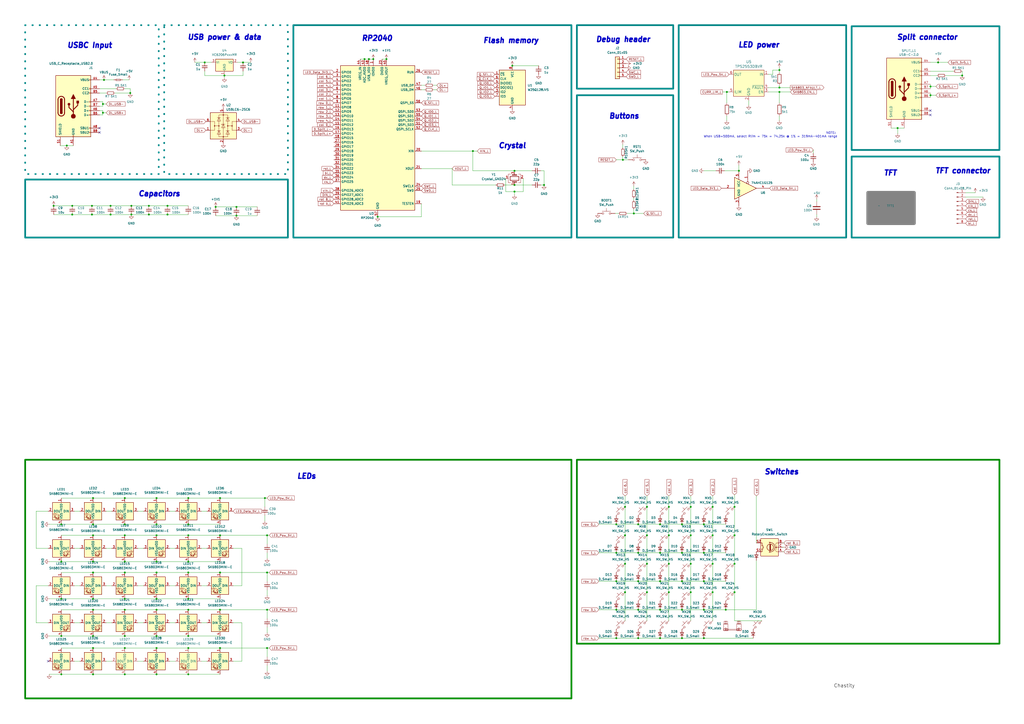
<source format=kicad_sch>
(kicad_sch (version 20230121) (generator eeschema)
  (paper "A2")
  (lib_symbols
    (symbol "74xGxx:74AHC1G125"
      (property "Reference" "U" (at -2.54 3.81 0))
      (property "Value" "74AHC1G125" (at 0 -3.81 0))
      (symbol "74AHC1G125_1_1"
        (pin input inverted (at 0 10.16 270) (length 7.62) (name "~") (number "1"))
        (pin input line (at -15.24 0 0) (length 7.62) (name "~") (number "2"))
        (pin power_in line (at -5.08 -10.16 90) (length 5.08) (name "GND") (number "3"))
        (pin tri_state line (at 12.7 0 180) (length 7.62) (name "~") (number "4"))
        (pin power_in line (at -5.08 10.16 270) (length 5.08) (name "VCC") (number "5"))
      )
    )
    (symbol "Connector:Conn_01x08_Pin" (pin_names (offset 1.016) hide)
      (property "Reference" "J" (at 0 10.16 0))
      (property "Value" "Conn_01x08_Pin" (at 0 -12.7 0))
      (symbol "Conn_01x08_Pin_1_1"
        (pin passive line (at 5.08 7.62 180) (length 3.81) (name "Pin_1") (number "1"))
        (pin passive line (at 5.08 5.08 180) (length 3.81) (name "Pin_2") (number "2"))
        (pin passive line (at 5.08 2.54 180) (length 3.81) (name "Pin_3") (number "3"))
        (pin passive line (at 5.08 0 180) (length 3.81) (name "Pin_4") (number "4"))
        (pin passive line (at 5.08 -2.54 180) (length 3.81) (name "Pin_5") (number "5"))
        (pin passive line (at 5.08 -5.08 180) (length 3.81) (name "Pin_6") (number "6"))
        (pin passive line (at 5.08 -7.62 180) (length 3.81) (name "Pin_7") (number "7"))
        (pin passive line (at 5.08 -10.16 180) (length 3.81) (name "Pin_8") (number "8"))
      )
    )
    (symbol "Connector:USB_C_Receptacle_USB2.0" (pin_names (offset 1.016))
      (property "Reference" "J" (at -10.16 19.05 0))
      (property "Value" "USB_C_Receptacle_USB2.0" (at 19.05 19.05 0))
      (symbol "USB_C_Receptacle_USB2.0_1_1"
        (pin passive line (at 0 -22.86 90) (length 5.08) (name "GND") (number "A1"))
        (pin passive line (at 0 -22.86 90) (length 5.08) hide (name "GND") (number "A12"))
        (pin passive line (at 15.24 15.24 180) (length 5.08) (name "VBUS") (number "A4"))
        (pin bidirectional line (at 15.24 10.16 180) (length 5.08) (name "CC1") (number "A5"))
        (pin bidirectional line (at 15.24 -2.54 180) (length 5.08) (name "D+") (number "A6"))
        (pin bidirectional line (at 15.24 2.54 180) (length 5.08) (name "D-") (number "A7"))
        (pin bidirectional line (at 15.24 -12.7 180) (length 5.08) (name "SBU1") (number "A8"))
        (pin passive line (at 15.24 15.24 180) (length 5.08) hide (name "VBUS") (number "A9"))
        (pin passive line (at 0 -22.86 90) (length 5.08) hide (name "GND") (number "B1"))
        (pin passive line (at 0 -22.86 90) (length 5.08) hide (name "GND") (number "B12"))
        (pin passive line (at 15.24 15.24 180) (length 5.08) hide (name "VBUS") (number "B4"))
        (pin bidirectional line (at 15.24 7.62 180) (length 5.08) (name "CC2") (number "B5"))
        (pin bidirectional line (at 15.24 -5.08 180) (length 5.08) (name "D+") (number "B6"))
        (pin bidirectional line (at 15.24 0 180) (length 5.08) (name "D-") (number "B7"))
        (pin bidirectional line (at 15.24 -15.24 180) (length 5.08) (name "SBU2") (number "B8"))
        (pin passive line (at 15.24 15.24 180) (length 5.08) hide (name "VBUS") (number "B9"))
        (pin passive line (at -7.62 -22.86 90) (length 5.08) (name "SHIELD") (number "S1"))
      )
    )
    (symbol "Connector_Generic:Conn_01x05" (pin_names (offset 1.016) hide)
      (property "Reference" "J" (at 0 7.62 0))
      (property "Value" "Conn_01x05" (at 0 -7.62 0))
      (symbol "Conn_01x05_1_1"
        (pin passive line (at -5.08 5.08 0) (length 3.81) (name "Pin_1") (number "1"))
        (pin passive line (at -5.08 2.54 0) (length 3.81) (name "Pin_2") (number "2"))
        (pin passive line (at -5.08 0 0) (length 3.81) (name "Pin_3") (number "3"))
        (pin passive line (at -5.08 -2.54 0) (length 3.81) (name "Pin_4") (number "4"))
        (pin passive line (at -5.08 -5.08 0) (length 3.81) (name "Pin_5") (number "5"))
      )
    )
    (symbol "Device:C" (pin_numbers hide) (pin_names (offset 0.254))
      (property "Reference" "C" (at 0.635 2.54 0))
      (property "Value" "C" (at 0.635 -2.54 0))
      (symbol "C_1_1"
        (pin passive line (at 0 3.81 270) (length 2.794) (name "~") (number "1"))
        (pin passive line (at 0 -3.81 90) (length 2.794) (name "~") (number "2"))
      )
    )
    (symbol "Device:C_Small" (pin_numbers hide) (pin_names (offset 0.254) hide)
      (property "Reference" "C" (at 0.254 1.778 0))
      (property "Value" "C_Small" (at 0.254 -2.032 0))
      (symbol "C_Small_1_1"
        (pin passive line (at 0 2.54 270) (length 2.032) (name "~") (number "1"))
        (pin passive line (at 0 -2.54 90) (length 2.032) (name "~") (number "2"))
      )
    )
    (symbol "Device:Crystal_GND24" (pin_names (offset 1.016) hide)
      (property "Reference" "Y" (at 3.175 5.08 0))
      (property "Value" "Crystal_GND24" (at 3.175 3.175 0))
      (symbol "Crystal_GND24_1_1"
        (pin passive line (at -3.81 0 0) (length 1.27) (name "1") (number "1"))
        (pin passive line (at 0 5.08 270) (length 1.27) (name "2") (number "2"))
        (pin passive line (at 3.81 0 180) (length 1.27) (name "3") (number "3"))
        (pin passive line (at 0 -5.08 90) (length 1.27) (name "4") (number "4"))
      )
    )
    (symbol "Device:D_Small" (pin_numbers hide) (pin_names (offset 0.254) hide)
      (property "Reference" "D" (at -1.27 2.032 0))
      (property "Value" "D_Small" (at -3.81 -2.032 0))
      (symbol "D_Small_1_1"
        (pin passive line (at -2.54 0 0) (length 1.778) (name "K") (number "1"))
        (pin passive line (at 2.54 0 180) (length 1.778) (name "A") (number "2"))
      )
    )
    (symbol "Device:Fuse_Small" (pin_numbers hide) (pin_names (offset 0.254) hide)
      (property "Reference" "F" (at 0 -1.524 0))
      (property "Value" "Fuse_Small" (at 0 1.524 0))
      (symbol "Fuse_Small_1_1"
        (pin passive line (at -2.54 0 0) (length 1.27) (name "~") (number "1"))
        (pin passive line (at 2.54 0 180) (length 1.27) (name "~") (number "2"))
      )
    )
    (symbol "Device:R" (pin_numbers hide) (pin_names (offset 0))
      (property "Reference" "R" (at 2.032 0 90))
      (property "Value" "R" (at 0 0 90))
      (symbol "R_1_1"
        (pin passive line (at 0 3.81 270) (length 1.27) (name "~") (number "1"))
        (pin passive line (at 0 -3.81 90) (length 1.27) (name "~") (number "2"))
      )
    )
    (symbol "Device:R_Small" (pin_numbers hide) (pin_names (offset 0.254) hide)
      (property "Reference" "R" (at 0.762 0.508 0))
      (property "Value" "R_Small" (at 0.762 -1.016 0))
      (symbol "R_Small_1_1"
        (pin passive line (at 0 2.54 270) (length 0.762) (name "~") (number "1"))
        (pin passive line (at 0 -2.54 90) (length 0.762) (name "~") (number "2"))
      )
    )
    (symbol "Device:RotaryEncoder_Switch" (pin_names (offset 0.254) hide)
      (property "Reference" "SW" (at 0 6.604 0))
      (property "Value" "RotaryEncoder_Switch" (at 0 -6.604 0))
      (symbol "RotaryEncoder_Switch_1_1"
        (pin passive line (at -7.62 2.54 0) (length 2.54) (name "A") (number "A"))
        (pin passive line (at -7.62 -2.54 0) (length 2.54) (name "B") (number "B"))
        (pin passive line (at -7.62 0 0) (length 2.54) (name "C") (number "C"))
        (pin passive line (at 7.62 2.54 180) (length 2.54) (name "S1") (number "S1"))
        (pin passive line (at 7.62 -2.54 180) (length 2.54) (name "S2") (number "S2"))
      )
    )
    (symbol "Ghoul:TPS2553DBVR" (pin_names (offset 0.254))
      (property "Reference" "U1" (at 0 12.3952 0))
      (property "Value" "TPS2553DBVR" (at 0 9.7028 0))
      (symbol "TPS2553DBVR_1_1"
        (pin power_in line (at -11.43 5.08 0) (length 2.54) (name "IN") (number "1"))
        (pin power_in line (at 0 -10.16 90) (length 2.54) (name "GND") (number "2"))
        (pin input line (at -11.43 -5.08 0) (length 2.54) (name "EN") (number "3"))
        (pin open_collector line (at -11.43 -2.54 0) (length 2.54) (name "~{FAULT}") (number "4"))
        (pin input line (at 11.43 -5.08 180) (length 2.54) (name "ILIM") (number "5"))
        (pin power_out line (at 11.43 5.08 180) (length 2.54) (name "OUT") (number "6"))
      )
    )
    (symbol "MCU_RaspberryPi:RP2040"
      (property "Reference" "U" (at 17.78 45.72 0))
      (property "Value" "RP2040" (at 17.78 43.18 0))
      (symbol "RP2040_1_1"
        (pin power_in line (at 2.54 45.72 270) (length 3.81) (name "IOVDD") (number "1"))
        (pin passive line (at 2.54 45.72 270) (length 3.81) hide (name "IOVDD") (number "10"))
        (pin bidirectional line (at 25.4 17.78 180) (length 3.81) (name "GPIO8") (number "11"))
        (pin bidirectional line (at 25.4 15.24 180) (length 3.81) (name "GPIO9") (number "12"))
        (pin bidirectional line (at 25.4 12.7 180) (length 3.81) (name "GPIO10") (number "13"))
        (pin bidirectional line (at 25.4 10.16 180) (length 3.81) (name "GPIO11") (number "14"))
        (pin bidirectional line (at 25.4 7.62 180) (length 3.81) (name "GPIO12") (number "15"))
        (pin bidirectional line (at 25.4 5.08 180) (length 3.81) (name "GPIO13") (number "16"))
        (pin bidirectional line (at 25.4 2.54 180) (length 3.81) (name "GPIO14") (number "17"))
        (pin bidirectional line (at 25.4 0 180) (length 3.81) (name "GPIO15") (number "18"))
        (pin input line (at -25.4 -38.1 0) (length 3.81) (name "TESTEN") (number "19"))
        (pin bidirectional line (at 25.4 38.1 180) (length 3.81) (name "GPIO0") (number "2"))
        (pin input line (at -25.4 -7.62 0) (length 3.81) (name "XIN") (number "20"))
        (pin passive line (at -25.4 -17.78 0) (length 3.81) (name "XOUT") (number "21"))
        (pin passive line (at 2.54 45.72 270) (length 3.81) hide (name "IOVDD") (number "22"))
        (pin power_in line (at -2.54 45.72 270) (length 3.81) (name "DVDD") (number "23"))
        (pin input line (at -25.4 -27.94 0) (length 3.81) (name "SWCLK") (number "24"))
        (pin bidirectional line (at -25.4 -30.48 0) (length 3.81) (name "SWD") (number "25"))
        (pin input line (at -25.4 38.1 0) (length 3.81) (name "RUN") (number "26"))
        (pin bidirectional line (at 25.4 -2.54 180) (length 3.81) (name "GPIO16") (number "27"))
        (pin bidirectional line (at 25.4 -5.08 180) (length 3.81) (name "GPIO17") (number "28"))
        (pin bidirectional line (at 25.4 -7.62 180) (length 3.81) (name "GPIO18") (number "29"))
        (pin bidirectional line (at 25.4 35.56 180) (length 3.81) (name "GPIO1") (number "3"))
        (pin bidirectional line (at 25.4 -10.16 180) (length 3.81) (name "GPIO19") (number "30"))
        (pin bidirectional line (at 25.4 -12.7 180) (length 3.81) (name "GPIO20") (number "31"))
        (pin bidirectional line (at 25.4 -15.24 180) (length 3.81) (name "GPIO21") (number "32"))
        (pin passive line (at 2.54 45.72 270) (length 3.81) hide (name "IOVDD") (number "33"))
        (pin bidirectional line (at 25.4 -17.78 180) (length 3.81) (name "GPIO22") (number "34"))
        (pin bidirectional line (at 25.4 -20.32 180) (length 3.81) (name "GPIO23") (number "35"))
        (pin bidirectional line (at 25.4 -22.86 180) (length 3.81) (name "GPIO24") (number "36"))
        (pin bidirectional line (at 25.4 -25.4 180) (length 3.81) (name "GPIO25") (number "37"))
        (pin bidirectional line (at 25.4 -30.48 180) (length 3.81) (name "GPIO26_ADC0") (number "38"))
        (pin bidirectional line (at 25.4 -33.02 180) (length 3.81) (name "GPIO27_ADC1") (number "39"))
        (pin bidirectional line (at 25.4 33.02 180) (length 3.81) (name "GPIO2") (number "4"))
        (pin bidirectional line (at 25.4 -35.56 180) (length 3.81) (name "GPIO28_ADC2") (number "40"))
        (pin bidirectional line (at 25.4 -38.1 180) (length 3.81) (name "GPIO29_ADC3") (number "41"))
        (pin passive line (at 2.54 45.72 270) (length 3.81) hide (name "IOVDD") (number "42"))
        (pin power_in line (at 7.62 45.72 270) (length 3.81) (name "ADC_AVDD") (number "43"))
        (pin power_in line (at 10.16 45.72 270) (length 3.81) (name "VREG_IN") (number "44"))
        (pin power_out line (at -5.08 45.72 270) (length 3.81) (name "VREG_VOUT") (number "45"))
        (pin bidirectional line (at -25.4 27.94 0) (length 3.81) (name "USB_DM") (number "46"))
        (pin bidirectional line (at -25.4 30.48 0) (length 3.81) (name "USB_DP") (number "47"))
        (pin power_in line (at 5.08 45.72 270) (length 3.81) (name "USB_VDD") (number "48"))
        (pin passive line (at 2.54 45.72 270) (length 3.81) hide (name "IOVDD") (number "49"))
        (pin bidirectional line (at 25.4 30.48 180) (length 3.81) (name "GPIO3") (number "5"))
        (pin passive line (at -2.54 45.72 270) (length 3.81) hide (name "DVDD") (number "50"))
        (pin bidirectional line (at -25.4 7.62 0) (length 3.81) (name "QSPI_SD3") (number "51"))
        (pin output line (at -25.4 5.08 0) (length 3.81) (name "QSPI_SCLK") (number "52"))
        (pin bidirectional line (at -25.4 15.24 0) (length 3.81) (name "QSPI_SD0") (number "53"))
        (pin bidirectional line (at -25.4 10.16 0) (length 3.81) (name "QSPI_SD2") (number "54"))
        (pin bidirectional line (at -25.4 12.7 0) (length 3.81) (name "QSPI_SD1") (number "55"))
        (pin bidirectional line (at -25.4 20.32 0) (length 3.81) (name "QSPI_SS") (number "56"))
        (pin power_in line (at 0 -45.72 90) (length 3.81) (name "GND") (number "57"))
        (pin bidirectional line (at 25.4 27.94 180) (length 3.81) (name "GPIO4") (number "6"))
        (pin bidirectional line (at 25.4 25.4 180) (length 3.81) (name "GPIO5") (number "7"))
        (pin bidirectional line (at 25.4 22.86 180) (length 3.81) (name "GPIO6") (number "8"))
        (pin bidirectional line (at 25.4 20.32 180) (length 3.81) (name "GPIO7") (number "9"))
      )
    )
    (symbol "Memory_Flash:W25Q128JVS"
      (property "Reference" "U" (at -8.89 8.89 0))
      (property "Value" "W25Q128JVS" (at 7.62 8.89 0))
      (symbol "W25Q128JVS_1_1"
        (pin input line (at -10.16 7.62 0) (length 2.54) (name "~{CS}") (number "1"))
        (pin bidirectional line (at -10.16 0 0) (length 2.54) (name "DO(IO1)") (number "2"))
        (pin bidirectional line (at -10.16 -2.54 0) (length 2.54) (name "IO2") (number "3"))
        (pin power_in line (at 0 -12.7 90) (length 2.54) (name "GND") (number "4"))
        (pin bidirectional line (at -10.16 2.54 0) (length 2.54) (name "DI(IO0)") (number "5"))
        (pin input line (at -10.16 5.08 0) (length 2.54) (name "CLK") (number "6"))
        (pin bidirectional line (at -10.16 -5.08 0) (length 2.54) (name "IO3") (number "7"))
        (pin power_in line (at 0 12.7 270) (length 2.54) (name "VCC") (number "8"))
      )
    )
    (symbol "PCM_marbastlib-mx:MX_SK6812MINI-E"
      (property "Reference" "LED" (at 3.175 6.35 0))
      (property "Value" "MX_SK6812MINI-E" (at 10.16 -6.985 0))
      (symbol "MX_SK6812MINI-E_0_0"
        (text "RGB" (at 2.286 -4.191 0) (effects (font (size 0.762 0.762))))
      )
      (symbol "MX_SK6812MINI-E_1_1"
        (pin power_in line (at 0 7.62 270) (length 2.54) (name "VDD") (number "1"))
        (pin output line (at 7.62 0 180) (length 2.54) (name "DOUT") (number "2"))
        (pin input line (at -7.62 0 0) (length 2.54) (name "DIN") (number "3"))
        (pin power_in line (at 0 -7.62 90) (length 2.54) (name "VSS") (number "4"))
      )
    )
    (symbol "PCM_marbastlib-mx:MX_SW_HS" (pin_numbers hide) (pin_names (offset 1.016) hide)
      (property "Reference" "MX" (at 3.048 1.016 0))
      (property "Value" "MX_SW_HS" (at 0 -3.81 0))
      (symbol "MX_SW_HS_0_1"
        (pin passive line (at -2.54 2.54 0) (length 0) (name "1") (number "1"))
        (pin passive line (at 2.54 -2.54 180) (length 0) (name "2") (number "2"))
      )
    )
    (symbol "PCM_marbastlib-mx:MX_stab" (pin_names (offset 1.016))
      (property "Reference" "S" (at -5.08 6.35 0))
      (property "Value" "MX_stab" (at -5.08 3.81 0))
    )
    (symbol "PCM_marbastlib-promicroish:TFT_1.47"
      (property "Reference" "TFT1" (at 4.445 0 0))
      (property "Value" "~" (at 0 0 0))
    )
    (symbol "Power_Protection:USBLC6-2SC6" (pin_names hide)
      (property "Reference" "U" (at 2.54 8.89 0))
      (property "Value" "USBLC6-2SC6" (at 2.54 -8.89 0))
      (symbol "USBLC6-2SC6_1_1"
        (pin passive line (at -10.16 -2.54 0) (length 2.54) (name "I/O1") (number "1"))
        (pin passive line (at 0 -10.16 90) (length 2.54) (name "GND") (number "2"))
        (pin passive line (at 10.16 -2.54 180) (length 2.54) (name "I/O2") (number "3"))
        (pin passive line (at 10.16 2.54 180) (length 2.54) (name "I/O2") (number "4"))
        (pin passive line (at 0 10.16 270) (length 2.54) (name "VBUS") (number "5"))
        (pin passive line (at -10.16 2.54 0) (length 2.54) (name "I/O1") (number "6"))
      )
    )
    (symbol "Regulator_Linear:XC6206PxxxMR" (pin_names (offset 0.254))
      (property "Reference" "U" (at -3.81 3.175 0))
      (property "Value" "XC6206PxxxMR" (at 0 3.175 0))
      (symbol "XC6206PxxxMR_1_1"
        (pin power_in line (at 0 -7.62 90) (length 2.54) (name "GND") (number "1"))
        (pin power_out line (at 7.62 0 180) (length 2.54) (name "VO") (number "2"))
        (pin power_in line (at -7.62 0 0) (length 2.54) (name "VI") (number "3"))
      )
    )
    (symbol "Switch:SW_Push" (pin_numbers hide) (pin_names (offset 1.016) hide)
      (property "Reference" "SW" (at 1.27 2.54 0))
      (property "Value" "SW_Push" (at 0 -1.524 0))
      (symbol "SW_Push_0_1"
        (pin passive line (at -5.08 0 0) (length 2.54) (name "1") (number "1"))
        (pin passive line (at 5.08 0 180) (length 2.54) (name "2") (number "2"))
      )
    )
    (symbol "power:+1V1" (power) (pin_names (offset 0))
      (property "Value" "+1V1" (at 0 3.556 0))
      (symbol "+1V1_1_1"
        (pin power_in line (at 0 0 90) (length 0) hide (name "+1V1") (number "1"))
      )
    )
    (symbol "power:+3V3" (power) (pin_names (offset 0))
      (property "Value" "+3V3" (at 0 3.556 0))
      (symbol "+3V3_1_1"
        (pin power_in line (at 0 0 90) (length 0) hide (name "+3V3") (number "1"))
      )
    )
    (symbol "power:+5V" (power) (pin_names (offset 0))
      (property "Value" "+5V" (at 0 3.556 0))
      (symbol "+5V_1_1"
        (pin power_in line (at 0 0 90) (length 0) hide (name "+5V") (number "1"))
      )
    )
    (symbol "power:GND" (power) (pin_names (offset 0))
      (property "Value" "GND" (at 0 -3.81 0))
      (symbol "GND_1_1"
        (pin power_in line (at 0 0 270) (length 0) hide (name "GND") (number "1"))
      )
    )
    (symbol "power:VBUS" (power) (pin_names (offset 0))
      (property "Value" "VBUS" (at 0 3.81 0))
      (symbol "VBUS_1_1"
        (pin power_in line (at 0 0 90) (length 0) hide (name "VBUS") (number "1"))
      )
    )
  )
  (junction (at 35.56 325.755))
  (junction (at 382.905 304.165))
  (junction (at 387.985 310.515))
  (junction (at 452.12 40.64))
  (junction (at 382.905 337.185))
  (junction (at 544.195 36.195))
  (junction (at 357.505 320.675))
  (junction (at 35.56 347.345))
  (junction (at 75.565 53.975))
  (junction (at 59.69 60.325))
  (junction (at 426.085 310.515))
  (junction (at 413.385 310.515))
  (junction (at 109.22 332.105))
  (junction (at 400.685 310.515))
  (junction (at 357.505 304.165))
  (junction (at 395.605 337.185))
  (junction (at 154.94 310.515))
  (junction (at 53.975 368.935))
  (junction (at 298.45 111.125))
  (junction (at 90.805 332.105))
  (junction (at 153.67 288.925))
  (junction (at 109.22 288.925))
  (junction (at 109.22 368.935))
  (junction (at 413.385 327.025))
  (junction (at 90.805 375.92))
  (junction (at 72.39 325.755))
  (junction (at 64.135 124.46))
  (junction (at 127.635 353.695))
  (junction (at 375.285 343.535))
  (junction (at 315.595 107.315))
  (junction (at 395.605 304.165))
  (junction (at 53.975 310.515))
  (junction (at 452.12 53.34))
  (junction (at 90.805 353.695))
  (junction (at 109.22 375.92))
  (junction (at 382.905 370.205))
  (junction (at 130.175 43.815))
  (junction (at 387.985 294.005))
  (junction (at 76.2 119.38))
  (junction (at 72.39 375.92))
  (junction (at 361.315 92.71))
  (junction (at 53.34 119.38))
  (junction (at 118.745 36.195))
  (junction (at 395.605 320.675))
  (junction (at 53.975 375.92))
  (junction (at 213.995 34.29))
  (junction (at 357.505 337.185))
  (junction (at 297.18 38.1))
  (junction (at 375.285 294.005))
  (junction (at 154.94 332.105))
  (junction (at 370.205 370.205))
  (junction (at 140.97 36.195))
  (junction (at 109.22 310.515))
  (junction (at 127.635 310.515))
  (junction (at 86.36 119.38))
  (junction (at 387.985 343.535))
  (junction (at 370.205 337.185))
  (junction (at 53.975 332.105))
  (junction (at 413.385 294.005))
  (junction (at 375.285 310.515))
  (junction (at 53.975 391.16))
  (junction (at 109.22 304.165))
  (junction (at 109.22 347.345))
  (junction (at 72.39 391.16))
  (junction (at 72.39 304.165))
  (junction (at 370.205 304.165))
  (junction (at 387.985 327.025))
  (junction (at 53.975 347.345))
  (junction (at 127.635 332.105))
  (junction (at 76.2 124.46))
  (junction (at 72.39 310.515))
  (junction (at 408.305 353.695))
  (junction (at 72.39 332.105))
  (junction (at 137.16 125.095))
  (junction (at 64.135 119.38))
  (junction (at 357.505 370.205))
  (junction (at 53.975 325.755))
  (junction (at 59.69 65.405))
  (junction (at 400.685 343.535))
  (junction (at 154.94 375.92))
  (junction (at 72.39 353.695))
  (junction (at 127.635 375.92))
  (junction (at 298.45 107.315))
  (junction (at 154.94 353.695))
  (junction (at 421.005 353.695))
  (junction (at 421.64 53.34))
  (junction (at 362.585 327.025))
  (junction (at 382.905 320.675))
  (junction (at 400.685 327.025))
  (junction (at 539.75 50.165))
  (junction (at 426.085 343.535))
  (junction (at 408.305 337.185))
  (junction (at 60.325 46.355))
  (junction (at 109.22 353.695))
  (junction (at 97.155 119.38))
  (junction (at 90.805 310.515))
  (junction (at 97.155 124.46))
  (junction (at 127.635 288.925))
  (junction (at 72.39 347.345))
  (junction (at 357.505 353.695))
  (junction (at 558.165 43.815))
  (junction (at 370.205 353.695))
  (junction (at 90.805 288.925))
  (junction (at 41.91 119.38))
  (junction (at 53.975 353.695))
  (junction (at 137.16 120.015))
  (junction (at 367.665 123.825))
  (junction (at 53.975 304.165))
  (junction (at 298.45 99.06))
  (junction (at 395.605 370.205))
  (junction (at 41.91 124.46))
  (junction (at 53.34 124.46))
  (junction (at 125.095 120.015))
  (junction (at 426.085 327.025))
  (junction (at 408.305 370.205))
  (junction (at 72.39 288.925))
  (junction (at 219.075 125.73))
  (junction (at 35.56 391.16))
  (junction (at 400.685 294.005))
  (junction (at 426.085 294.005))
  (junction (at 90.805 347.345))
  (junction (at 86.36 124.46))
  (junction (at 274.32 87.63))
  (junction (at 35.56 368.935))
  (junction (at 216.535 34.29))
  (junction (at 428.625 99.06))
  (junction (at 38.735 84.455))
  (junction (at 211.455 34.29))
  (junction (at 520.7 74.295))
  (junction (at 90.805 368.935))
  (junction (at 72.39 368.935))
  (junction (at 382.905 353.695))
  (junction (at 413.385 343.535))
  (junction (at 90.805 325.755))
  (junction (at 224.155 34.29))
  (junction (at 90.805 391.16))
  (junction (at 452.12 50.8))
  (junction (at 90.805 304.165))
  (junction (at 395.605 353.695))
  (junction (at 408.305 320.675))
  (junction (at 375.285 327.025))
  (junction (at 109.22 325.755))
  (junction (at 539.75 55.245))
  (junction (at 370.205 320.675))
  (junction (at 362.585 310.515))
  (junction (at 53.975 288.925))
  (junction (at 31.115 119.38))
  (junction (at 408.305 304.165))
  (junction (at 35.56 304.165))
  (junction (at 362.585 294.005))
  (junction (at 109.22 391.16))
  (junction (at 362.585 343.535))
  (no_connect (at 57.785 76.835))
  (no_connect (at 539.75 66.675))
  (no_connect (at 539.75 64.135))
  (no_connect (at 27.94 383.54))
  (no_connect (at 57.785 74.295))
  (wire (pts (xy 53.975 368.935) (xy 35.56 368.935)))
  (wire (pts (xy 137.795 36.195) (xy 140.97 36.195)))
  (wire (pts (xy 31.115 124.46) (xy 41.91 124.46)))
  (wire (pts (xy 244.475 87.63) (xy 274.32 87.63)))
  (wire (pts (xy 154.94 332.105) (xy 127.635 332.105)))
  (wire (pts (xy 426.085 327.025) (xy 426.085 343.535)))
  (wire (pts (xy 246.38 52.07) (xy 244.475 52.07)))
  (wire (pts (xy 438.785 325.12) (xy 438.785 353.695)))
  (wire (pts (xy 75.565 51.435) (xy 75.565 53.975)))
  (wire (pts (xy 357.505 353.695) (xy 347.345 353.695)))
  (wire (pts (xy 80.01 339.725) (xy 83.185 339.725)))
  (wire (pts (xy 558.165 43.815) (xy 558.165 41.275)))
  (wire (pts (xy 154.94 310.515) (xy 127.635 310.515)))
  (wire (pts (xy 35.56 347.345) (xy 28.575 347.345)))
  (wire (pts (xy 452.12 50.8) (xy 445.77 50.8)))
  (wire (pts (xy 154.94 320.675) (xy 154.94 323.85)))
  (wire (pts (xy 20.955 361.315) (xy 27.94 361.315)))
  (wire (pts (xy 436.88 370.205) (xy 408.305 370.205)))
  (wire (pts (xy 28.575 325.755) (xy 35.56 325.755)))
  (wire (pts (xy 408.305 370.205) (xy 395.605 370.205)))
  (wire (pts (xy 400.685 287.655) (xy 400.685 294.005)))
  (wire (pts (xy 298.45 113.03) (xy 298.45 111.125)))
  (wire (pts (xy 156.21 353.695) (xy 154.94 353.695)))
  (wire (pts (xy 421.005 353.695) (xy 408.305 353.695)))
  (wire (pts (xy 375.285 343.535) (xy 375.285 360.045)))
  (wire (pts (xy 72.39 288.925) (xy 53.975 288.925)))
  (wire (pts (xy 154.94 353.695) (xy 127.635 353.695)))
  (wire (pts (xy 408.305 304.165) (xy 395.605 304.165)))
  (wire (pts (xy 59.69 65.405) (xy 59.69 66.675)))
  (wire (pts (xy 375.285 294.005) (xy 375.285 310.515)))
  (wire (pts (xy 357.505 304.165) (xy 347.345 304.165)))
  (wire (pts (xy 20.955 296.545) (xy 27.94 296.545)))
  (wire (pts (xy 542.925 50.165) (xy 539.75 50.165)))
  (wire (pts (xy 109.22 368.935) (xy 90.805 368.935)))
  (wire (pts (xy 421.64 67.31) (xy 421.64 69.85)))
  (wire (pts (xy 90.805 310.515) (xy 72.39 310.515)))
  (wire (pts (xy 140.97 36.195) (xy 145.415 36.195)))
  (wire (pts (xy 357.505 320.675) (xy 347.345 320.675)))
  (wire (pts (xy 375.285 310.515) (xy 375.285 327.025)))
  (wire (pts (xy 109.22 304.165) (xy 90.805 304.165)))
  (wire (pts (xy 542.925 55.245) (xy 539.75 55.245)))
  (wire (pts (xy 213.995 34.29) (xy 211.455 34.29)))
  (wire (pts (xy 109.22 332.105) (xy 90.805 332.105)))
  (wire (pts (xy 387.985 327.025) (xy 387.985 343.535)))
  (wire (pts (xy 57.785 59.055) (xy 59.69 59.055)))
  (wire (pts (xy 137.16 125.095) (xy 125.095 125.095)))
  (wire (pts (xy 120.015 318.135) (xy 116.84 318.135)))
  (wire (pts (xy 452.12 40.64) (xy 448.31 40.64)))
  (wire (pts (xy 64.135 119.38) (xy 76.2 119.38)))
  (wire (pts (xy 130.175 45.085) (xy 130.175 43.815)))
  (wire (pts (xy 59.69 64.135) (xy 59.69 65.405)))
  (wire (pts (xy 57.785 66.675) (xy 59.69 66.675)))
  (wire (pts (xy 53.975 288.925) (xy 35.56 288.925)))
  (wire (pts (xy 434.34 58.42) (xy 434.34 60.96)))
  (wire (pts (xy 370.205 370.205) (xy 357.505 370.205)))
  (wire (pts (xy 276.86 87.63) (xy 274.32 87.63)))
  (wire (pts (xy 382.905 337.185) (xy 370.205 337.185)))
  (wire (pts (xy 454.025 317.5) (xy 454.66 317.5)))
  (wire (pts (xy 86.36 124.46) (xy 97.155 124.46)))
  (wire (pts (xy 154.94 363.855) (xy 154.94 367.03)))
  (wire (pts (xy 539.75 53.975) (xy 539.75 55.245)))
  (wire (pts (xy 53.975 310.515) (xy 35.56 310.515)))
  (wire (pts (xy 395.605 353.695) (xy 382.905 353.695)))
  (wire (pts (xy 61.595 296.545) (xy 64.77 296.545)))
  (wire (pts (xy 86.36 119.38) (xy 97.155 119.38)))
  (wire (pts (xy 298.45 99.06) (xy 298.45 99.695)))
  (wire (pts (xy 127.635 304.165) (xy 109.22 304.165)))
  (wire (pts (xy 28.575 368.935) (xy 35.56 368.935)))
  (wire (pts (xy 57.785 51.435) (xy 67.31 51.435)))
  (wire (pts (xy 90.805 391.16) (xy 72.39 391.16)))
  (wire (pts (xy 400.685 294.005) (xy 400.685 310.515)))
  (wire (pts (xy 154.94 353.695) (xy 154.94 358.775)))
  (wire (pts (xy 452.12 39.37) (xy 452.12 40.64)))
  (wire (pts (xy 61.595 60.325) (xy 59.69 60.325)))
  (wire (pts (xy 59.69 60.325) (xy 59.69 61.595)))
  (wire (pts (xy 140.97 41.275) (xy 140.97 43.815)))
  (wire (pts (xy 127.635 391.16) (xy 109.22 391.16)))
  (wire (pts (xy 216.535 34.29) (xy 213.995 34.29)))
  (wire (pts (xy 127.635 347.345) (xy 109.22 347.345)))
  (wire (pts (xy 473.71 125.73) (xy 473.71 124.46)))
  (wire (pts (xy 452.12 53.34) (xy 445.77 53.34)))
  (wire (pts (xy 539.75 36.195) (xy 544.195 36.195)))
  (wire (pts (xy 140.335 339.725) (xy 140.335 318.135)))
  (wire (pts (xy 400.685 343.535) (xy 400.685 360.045)))
  (wire (pts (xy 80.01 296.545) (xy 83.185 296.545)))
  (wire (pts (xy 127.635 332.105) (xy 109.22 332.105)))
  (wire (pts (xy 370.205 337.185) (xy 357.505 337.185)))
  (wire (pts (xy 362.585 294.005) (xy 362.585 310.515)))
  (wire (pts (xy 43.18 296.545) (xy 46.355 296.545)))
  (wire (pts (xy 60.325 46.355) (xy 66.04 46.355)))
  (wire (pts (xy 61.595 65.405) (xy 59.69 65.405)))
  (wire (pts (xy 520.7 74.295) (xy 516.89 74.295)))
  (wire (pts (xy 59.69 59.055) (xy 59.69 60.325)))
  (wire (pts (xy 361.315 83.82) (xy 361.315 85.725)))
  (wire (pts (xy 64.135 124.46) (xy 76.2 124.46)))
  (wire (pts (xy 211.455 34.29) (xy 208.915 34.29)))
  (wire (pts (xy 53.975 391.16) (xy 35.56 391.16)))
  (wire (pts (xy 448.31 40.64) (xy 448.31 43.18)))
  (wire (pts (xy 408.305 320.675) (xy 395.605 320.675)))
  (wire (pts (xy 140.335 361.315) (xy 135.255 361.315)))
  (wire (pts (xy 452.12 67.31) (xy 452.12 69.85)))
  (wire (pts (xy 303.53 111.125) (xy 303.53 103.505)))
  (wire (pts (xy 156.21 310.515) (xy 154.94 310.515)))
  (wire (pts (xy 28.575 304.165) (xy 35.56 304.165)))
  (wire (pts (xy 20.955 339.725) (xy 27.94 339.725)))
  (wire (pts (xy 357.505 370.205) (xy 347.345 370.205)))
  (wire (pts (xy 57.785 46.355) (xy 60.325 46.355)))
  (wire (pts (xy 362.585 287.655) (xy 362.585 294.005)))
  (wire (pts (xy 57.785 64.135) (xy 59.69 64.135)))
  (wire (pts (xy 83.185 318.135) (xy 80.01 318.135)))
  (wire (pts (xy 116.84 339.725) (xy 120.015 339.725)))
  (wire (pts (xy 140.335 383.54) (xy 140.335 361.315)))
  (wire (pts (xy 452.12 49.53) (xy 452.12 50.8)))
  (wire (pts (xy 76.2 119.38) (xy 86.36 119.38)))
  (wire (pts (xy 72.39 347.345) (xy 53.975 347.345)))
  (wire (pts (xy 64.77 318.135) (xy 61.595 318.135)))
  (wire (pts (xy 274.32 87.63) (xy 274.32 99.06)))
  (wire (pts (xy 109.22 353.695) (xy 90.805 353.695)))
  (wire (pts (xy 153.67 288.925) (xy 153.67 294.005)))
  (wire (pts (xy 118.745 41.275) (xy 118.745 43.815)))
  (wire (pts (xy 370.205 353.695) (xy 357.505 353.695)))
  (wire (pts (xy 298.45 111.125) (xy 303.53 111.125)))
  (wire (pts (xy 420.37 99.06) (xy 428.625 99.06)))
  (wire (pts (xy 41.91 124.46) (xy 53.34 124.46)))
  (wire (pts (xy 315.595 99.06) (xy 315.595 107.315)))
  (wire (pts (xy 109.22 310.515) (xy 90.805 310.515)))
  (wire (pts (xy 246.38 49.53) (xy 244.475 49.53)))
  (wire (pts (xy 367.665 109.855) (xy 367.665 107.95)))
  (wire (pts (xy 90.805 347.345) (xy 72.39 347.345)))
  (wire (pts (xy 408.305 99.06) (xy 415.29 99.06)))
  (wire (pts (xy 154.94 386.08) (xy 154.94 389.255)))
  (wire (pts (xy 53.34 119.38) (xy 64.135 119.38)))
  (wire (pts (xy 382.905 370.205) (xy 370.205 370.205)))
  (wire (pts (xy 90.805 332.105) (xy 72.39 332.105)))
  (wire (pts (xy 426.085 343.535) (xy 426.085 360.045)))
  (wire (pts (xy 421.64 59.69) (xy 421.64 53.34)))
  (wire (pts (xy 387.985 310.515) (xy 387.985 327.025)))
  (wire (pts (xy 358.775 123.825) (xy 356.87 123.825)))
  (wire (pts (xy 520.7 77.47) (xy 520.7 74.295)))
  (wire (pts (xy 118.745 43.815) (xy 130.175 43.815)))
  (wire (pts (xy 43.18 339.725) (xy 46.355 339.725)))
  (wire (pts (xy 426.085 287.02) (xy 426.085 294.005)))
  (wire (pts (xy 61.595 383.54) (xy 64.77 383.54)))
  (wire (pts (xy 224.155 34.29) (xy 221.615 34.29)))
  (wire (pts (xy 308.61 107.315) (xy 298.45 107.315)))
  (wire (pts (xy 452.12 53.34) (xy 452.12 59.69)))
  (wire (pts (xy 76.2 124.46) (xy 86.36 124.46)))
  (wire (pts (xy 97.155 119.38) (xy 109.22 119.38)))
  (wire (pts (xy 90.805 325.755) (xy 72.39 325.755)))
  (wire (pts (xy 408.305 337.185) (xy 395.605 337.185)))
  (wire (pts (xy 458.47 50.8) (xy 452.12 50.8)))
  (wire (pts (xy 539.75 48.895) (xy 539.75 50.165)))
  (wire (pts (xy 72.39 391.16) (xy 53.975 391.16)))
  (wire (pts (xy 127.635 288.925) (xy 109.22 288.925)))
  (wire (pts (xy 120.015 361.315) (xy 116.84 361.315)))
  (wire (pts (xy 153.67 288.925) (xy 127.635 288.925)))
  (wire (pts (xy 421.005 320.675) (xy 408.305 320.675)))
  (wire (pts (xy 370.205 320.675) (xy 357.505 320.675)))
  (wire (pts (xy 308.61 99.06) (xy 298.45 99.06)))
  (wire (pts (xy 428.625 95.885) (xy 428.625 99.06)))
  (wire (pts (xy 140.335 318.135) (xy 135.255 318.135)))
  (wire (pts (xy 454.025 314.96) (xy 454.66 314.96)))
  (wire (pts (xy 413.385 343.535) (xy 413.385 360.045)))
  (wire (pts (xy 72.39 310.515) (xy 53.975 310.515)))
  (wire (pts (xy 72.39 325.755) (xy 53.975 325.755)))
  (wire (pts (xy 262.255 107.315) (xy 287.655 107.315)))
  (wire (pts (xy 400.685 310.515) (xy 400.685 327.025)))
  (wire (pts (xy 361.315 92.71) (xy 364.49 92.71)))
  (wire (pts (xy 53.975 332.105) (xy 35.56 332.105)))
  (wire (pts (xy 109.22 325.755) (xy 90.805 325.755)))
  (wire (pts (xy 441.96 360.045) (xy 426.085 360.045)))
  (wire (pts (xy 122.555 36.195) (xy 118.745 36.195)))
  (wire (pts (xy 156.21 332.105) (xy 154.94 332.105)))
  (wire (pts (xy 127.635 375.92) (xy 109.22 375.92)))
  (wire (pts (xy 293.37 103.505) (xy 293.37 111.125)))
  (wire (pts (xy 382.905 320.675) (xy 370.205 320.675)))
  (wire (pts (xy 109.22 375.92) (xy 90.805 375.92)))
  (wire (pts (xy 20.955 361.315) (xy 20.955 339.725)))
  (wire (pts (xy 539.75 41.275) (xy 553.085 41.275)))
  (wire (pts (xy 570.23 114.3) (xy 560.07 114.3)))
  (wire (pts (xy 34.925 84.455) (xy 38.735 84.455)))
  (wire (pts (xy 46.355 361.315) (xy 43.18 361.315)))
  (wire (pts (xy 64.77 361.315) (xy 61.595 361.315)))
  (wire (pts (xy 426.085 310.515) (xy 426.085 327.025)))
  (wire (pts (xy 422.91 53.34) (xy 421.64 53.34)))
  (wire (pts (xy 154.94 310.515) (xy 154.94 315.595)))
  (wire (pts (xy 116.84 296.545) (xy 120.015 296.545)))
  (wire (pts (xy 539.75 50.165) (xy 539.75 51.435)))
  (wire (pts (xy 362.585 310.515) (xy 362.585 327.025)))
  (wire (pts (xy 41.91 119.38) (xy 53.34 119.38)))
  (wire (pts (xy 413.385 327.025) (xy 413.385 343.535)))
  (wire (pts (xy 544.195 36.195) (xy 549.91 36.195)))
  (wire (pts (xy 43.18 383.54) (xy 46.355 383.54)))
  (wire (pts (xy 408.305 353.695) (xy 395.605 353.695)))
  (wire (pts (xy 27.94 318.135) (xy 20.955 318.135)))
  (wire (pts (xy 53.975 304.165) (xy 35.56 304.165)))
  (wire (pts (xy 154.94 375.92) (xy 127.635 375.92)))
  (wire (pts (xy 262.255 97.79) (xy 262.255 107.315)))
  (wire (pts (xy 421.005 337.185) (xy 408.305 337.185)))
  (wire (pts (xy 66.675 53.975) (xy 75.565 53.975)))
  (wire (pts (xy 395.605 304.165) (xy 382.905 304.165)))
  (wire (pts (xy 90.805 304.165) (xy 72.39 304.165)))
  (wire (pts (xy 135.255 383.54) (xy 140.335 383.54)))
  (wire (pts (xy 395.605 337.185) (xy 382.905 337.185)))
  (wire (pts (xy 154.94 332.105) (xy 154.94 337.185)))
  (wire (pts (xy 154.94 288.925) (xy 153.67 288.925)))
  (wire (pts (xy 298.45 107.315) (xy 292.735 107.315)))
  (wire (pts (xy 20.955 318.135) (xy 20.955 296.545)))
  (wire (pts (xy 362.585 327.025) (xy 362.585 343.535)))
  (wire (pts (xy 38.735 84.455) (xy 42.545 84.455)))
  (wire (pts (xy 454.025 320.04) (xy 454.66 320.04)))
  (wire (pts (xy 149.225 125.095) (xy 137.16 125.095)))
  (wire (pts (xy 140.335 339.725) (xy 135.255 339.725)))
  (wire (pts (xy 367.665 116.205) (xy 367.665 114.935)))
  (wire (pts (xy 421.005 304.165) (xy 408.305 304.165)))
  (wire (pts (xy 382.905 304.165) (xy 370.205 304.165)))
  (wire (pts (xy 244.475 125.73) (xy 219.075 125.73)))
  (wire (pts (xy 375.285 327.025) (xy 375.285 343.535)))
  (wire (pts (xy 127.635 325.755) (xy 109.22 325.755)))
  (wire (pts (xy 90.805 288.925) (xy 72.39 288.925)))
  (wire (pts (xy 90.805 375.92) (xy 72.39 375.92)))
  (wire (pts (xy 370.205 304.165) (xy 357.505 304.165)))
  (wire (pts (xy 72.39 375.92) (xy 53.975 375.92)))
  (wire (pts (xy 452.12 41.91) (xy 452.12 40.64)))
  (wire (pts (xy 72.39 332.105) (xy 53.975 332.105)))
  (wire (pts (xy 127.635 353.695) (xy 109.22 353.695)))
  (wire (pts (xy 83.185 361.315) (xy 80.01 361.315)))
  (wire (pts (xy 413.385 294.005) (xy 413.385 310.515)))
  (wire (pts (xy 438.785 287.655) (xy 438.785 314.96)))
  (wire (pts (xy 101.6 361.315) (xy 98.425 361.315)))
  (wire (pts (xy 548.64 43.815) (xy 558.165 43.815)))
  (wire (pts (xy 361.315 90.805) (xy 361.315 92.71)))
  (wire (pts (xy 421.64 53.34) (xy 419.1 53.34)))
  (wire (pts (xy 72.39 51.435) (xy 75.565 51.435)))
  (wire (pts (xy 53.975 347.345) (xy 35.56 347.345)))
  (wire (pts (xy 357.505 92.71) (xy 361.315 92.71)))
  (wire (pts (xy 244.475 97.79) (xy 262.255 97.79)))
  (wire (pts (xy 375.285 287.655) (xy 375.285 294.005)))
  (wire (pts (xy 387.985 343.535) (xy 387.985 360.045)))
  (wire (pts (xy 251.46 49.53) (xy 253.365 49.53)))
  (wire (pts (xy 413.385 310.515) (xy 413.385 327.025)))
  (wire (pts (xy 382.905 353.695) (xy 370.205 353.695)))
  (wire (pts (xy 140.97 43.815) (xy 130.175 43.815)))
  (wire (pts (xy 71.12 46.355) (xy 74.93 46.355)))
  (wire (pts (xy 395.605 370.205) (xy 382.905 370.205)))
  (wire (pts (xy 448.31 43.18) (xy 445.77 43.18)))
  (wire (pts (xy 458.47 53.34) (xy 452.12 53.34)))
  (wire (pts (xy 253.365 52.07) (xy 251.46 52.07)))
  (wire (pts (xy 28.575 391.16) (xy 35.56 391.16)))
  (wire (pts (xy 426.085 294.005) (xy 426.085 310.515)))
  (wire (pts (xy 72.39 304.165) (xy 53.975 304.165)))
  (wire (pts (xy 127.635 310.515) (xy 109.22 310.515)))
  (wire (pts (xy 274.32 99.06) (xy 298.45 99.06)))
  (wire (pts (xy 137.16 120.015) (xy 125.095 120.015)))
  (wire (pts (xy 473.71 116.84) (xy 473.71 115.57)))
  (wire (pts (xy 109.22 288.925) (xy 90.805 288.925)))
  (wire (pts (xy 127.635 368.935) (xy 109.22 368.935)))
  (wire (pts (xy 53.34 124.46) (xy 64.135 124.46)))
  (wire (pts (xy 72.39 353.695) (xy 53.975 353.695)))
  (wire (pts (xy 149.225 120.015) (xy 137.16 120.015)))
  (wire (pts (xy 80.01 383.54) (xy 83.185 383.54)))
  (wire (pts (xy 61.595 339.725) (xy 64.77 339.725)))
  (wire (pts (xy 156.21 375.92) (xy 154.94 375.92)))
  (wire (pts (xy 113.03 36.195) (xy 118.745 36.195)))
  (wire (pts (xy 357.505 337.185) (xy 347.345 337.185)))
  (wire (pts (xy 97.155 124.46) (xy 109.22 124.46)))
  (wire (pts (xy 53.975 375.92) (xy 35.56 375.92)))
  (wire (pts (xy 387.985 294.005) (xy 387.985 310.515)))
  (wire (pts (xy 565.785 111.76) (xy 560.07 111.76)))
  (wire (pts (xy 438.785 353.695) (xy 421.005 353.695)))
  (wire (pts (xy 362.585 343.535) (xy 362.585 360.045)))
  (wire (pts (xy 471.805 86.995) (xy 471.805 88.9)))
  (wire (pts (xy 293.37 111.125) (xy 298.45 111.125)))
  (wire (pts (xy 57.785 53.975) (xy 61.595 53.975)))
  (wire (pts (xy 154.94 375.92) (xy 154.94 381)))
  (wire (pts (xy 367.665 123.825) (xy 373.38 123.825)))
  (wire (pts (xy 153.67 299.085) (xy 153.67 302.26)))
  (wire (pts (xy 387.985 287.655) (xy 387.985 294.005)))
  (wire (pts (xy 395.605 320.675) (xy 382.905 320.675)))
  (wire (pts (xy 297.18 38.1) (xy 312.42 38.1)))
  (wire (pts (xy 90.805 368.935) (xy 72.39 368.935)))
  (wire (pts (xy 101.6 318.135) (xy 98.425 318.135)))
  (wire (pts (xy 244.475 118.11) (xy 244.475 125.73)))
  (wire (pts (xy 524.51 74.295) (xy 520.7 74.295)))
  (wire (pts (xy 53.975 325.755) (xy 35.56 325.755)))
  (wire (pts (xy 363.855 123.825) (xy 367.665 123.825)))
  (wire (pts (xy 46.355 318.135) (xy 43.18 318.135)))
  (wire (pts (xy 315.595 107.315) (xy 313.69 107.315)))
  (wire (pts (xy 154.94 342.265) (xy 154.94 345.44)))
  (wire (pts (xy 539.75 55.245) (xy 539.75 56.515)))
  (wire (pts (xy 313.69 99.06) (xy 315.595 99.06)))
  (wire (pts (xy 72.39 368.935) (xy 53.975 368.935)))
  (wire (pts (xy 98.425 339.725) (xy 101.6 339.725)))
  (wire (pts (xy 413.385 287.655) (xy 413.385 294.005)))
  (wire (pts (xy 400.685 327.025) (xy 400.685 343.535)))
  (wire (pts (xy 367.665 123.825) (xy 367.665 121.285)))
  (wire (pts (xy 98.425 296.545) (xy 101.6 296.545)))
  (wire (pts (xy 116.84 383.54) (xy 120.015 383.54)))
  (wire (pts (xy 53.975 353.695) (xy 35.56 353.695)))
  (wire (pts (xy 31.115 119.38) (xy 41.91 119.38)))
  (wire (pts (xy 57.785 61.595) (xy 59.69 61.595)))
  (wire (pts (xy 90.805 353.695) (xy 72.39 353.695)))
  (wire (pts (xy 539.75 43.815) (xy 543.56 43.815)))
  (wire (pts (xy 109.22 347.345) (xy 90.805 347.345)))
  (wire (pts (xy 109.22 391.16) (xy 90.805 391.16)))
  (wire (pts (xy 98.425 383.54) (xy 101.6 383.54)))
  (rectangle (start 334.645 14.605) (end 390.525 51.435) (stroke (width 1) (color 0 132 132 1)))
  (rectangle (start 334.645 266.7) (end 579.755 373.38) (stroke (width 1) (color 0 132 0 1)))
  (rectangle (start 170.18 14.605) (end 331.47 137.795) (stroke (width 1) (color 0 132 132 1)))
  (rectangle (start 393.7 14.605) (end 490.855 137.795) (stroke (width 1) (color 0 132 132 1)))
  (rectangle (start 95.25 14.605) (end 167.005 100.965) (stroke (width 1) (type dot) (color 0 132 132 1)))
  (rectangle (start 14.605 266.7) (end 331.47 405.13) (stroke (width 1) (color 0 132 0 1)))
  (rectangle (start 14.605 14.605) (end 92.075 100.965) (stroke (width 1) (type dot) (color 0 132 132 1)))
  (rectangle (start 334.645 55.245) (end 390.525 137.795) (stroke (width 1) (color 0 132 132 1)))
  (rectangle (start 494.03 90.805) (end 579.755 137.795) (stroke (width 1) (color 0 132 132 1)))
  (rectangle (start 14.605 104.14) (end 167.005 137.795) (stroke (width 1) (color 0 132 132 1)))
  (rectangle (start 494.03 15.24) (end 579.755 86.995) (stroke (width 1) (color 0 132 132 1)))
  (text "LED power" (at 427.99 27.94 0) (effects (font (size 3 3) (thickness 2) bold italic) (justify left bottom)))
  (text "Capacitors" (at 80.01 114.3 0) (effects (font (size 3 3) (thickness 2) bold italic) (justify left bottom)))
  (text "Chastity" (at 483.6835 399.0795 0) (effects (font (size 2 2)) (justify left bottom)))
  (text "Buttons" (at 353.06 69.215 0) (effects (font (size 3 3) (thickness 2) bold italic) (justify left bottom)))
  (text "NOTE: \nWhen USB=500mA, select Rlim = 75k = 74.25k @ 1% = 319mA-401mA range\n" (at 485.775 80.01 0) (effects (font (size 1.27 1.27)) (justify right bottom)))
  (text "USB power & data" (at 108.585 23.495 0) (effects (font (size 3 3) (thickness 2) bold italic) (justify left bottom)))
  (text "Switches" (at 443.23 275.59 0) (effects (font (size 3 3) (thickness 2) bold italic) (justify left bottom)))
  (text "TFT" (at 512.445 102.235 0) (effects (font (size 3 3) (thickness 2) bold italic) (justify left bottom)))
  (text "Split connector" (at 520.065 23.495 0) (effects (font (size 3 3) (thickness 2) bold italic) (justify left bottom)))
  (text "USBC Input\n\n" (at 38.735 33.02 0) (effects (font (size 3 3) (thickness 2) bold italic) (justify left bottom)))
  (text "TFT connector" (at 542.29 100.965 0) (effects (font (size 3 3) (thickness 2) bold italic) (justify left bottom)))
  (text "RP2040" (at 209.55 24.13 0) (effects (font (size 3 3) (thickness 2) bold italic) (justify left bottom)))
  (text "Flash memory" (at 280.035 25.4 0) (effects (font (size 3 3) (thickness 2) bold italic) (justify left bottom)))
  (text "Debug header" (at 345.44 24.765 0) (effects (font (size 3 3) (thickness 2) bold italic) (justify left bottom)))
  (text "Crystal" (at 288.925 86.36 0) (effects (font (size 3 3) (thickness 2) bold italic) (justify left bottom)))
  (text "LEDs" (at 172.085 278.13 0) (effects (font (size 3 3) (thickness 2) bold italic) (justify left bottom)))
  (global_label "DL+" (shape input) (at 253.365 49.53 0) (property "Intersheetrefs" "${INTERSHEET_REFS}" (effects hide)))
  (global_label "Q_IO3_L" (shape input) (at 287.02 55.88 180) (property "Intersheetrefs" "${INTERSHEET_REFS}" (effects hide)))
  (global_label "LED_Pow_5V_L" (shape input) (at 156.21 375.92 0) (property "Intersheetrefs" "${INTERSHEET_REFS}" (effects hide)))
  (global_label "row 4_L" (shape input) (at 347.345 370.205 180) (property "Intersheetrefs" "${INTERSHEET_REFS}" (effects hide)))
  (global_label "col 2_L" (shape input) (at 193.675 54.61 180) (property "Intersheetrefs" "${INTERSHEET_REFS}" (effects hide)))
  (global_label "DL_USB-" (shape input) (at 61.595 60.325 0) (property "Intersheetrefs" "${INTERSHEET_REFS}" (effects hide)))
  (global_label "LED_Data_5V_L" (shape input) (at 446.405 109.22 0) (property "Intersheetrefs" "${INTERSHEET_REFS}" (effects hide)))
  (global_label "D_Split_L-" (shape input) (at 193.675 74.93 180) (property "Intersheetrefs" "${INTERSHEET_REFS}" (effects hide)))
  (global_label "Q_IO0_L" (shape input) (at 244.475 64.77 0) (property "Intersheetrefs" "${INTERSHEET_REFS}" (effects hide)))
  (global_label "Q_IO1_L" (shape input) (at 287.02 50.8 180) (property "Intersheetrefs" "${INTERSHEET_REFS}" (effects hide)))
  (global_label "row 0_L" (shape input) (at 347.345 304.165 180) (property "Intersheetrefs" "${INTERSHEET_REFS}" (effects hide)))
  (global_label "col 3_L" (shape input) (at 400.685 287.655 90) (property "Intersheetrefs" "${INTERSHEET_REFS}" (effects hide)))
  (global_label "col 5_L" (shape input) (at 193.675 46.99 180) (property "Intersheetrefs" "${INTERSHEET_REFS}" (effects hide)))
  (global_label "XOUT_L" (shape input) (at 262.255 97.79 0) (property "Intersheetrefs" "${INTERSHEET_REFS}" (effects hide)))
  (global_label "Q_IO2_L" (shape input) (at 244.475 69.85 0) (property "Intersheetrefs" "${INTERSHEET_REFS}" (effects hide)))
  (global_label "col 6_L" (shape input) (at 362.585 287.655 90) (property "Intersheetrefs" "${INTERSHEET_REFS}" (effects hide)))
  (global_label "RESET_L" (shape input) (at 363.22 34.29 0) (property "Intersheetrefs" "${INTERSHEET_REFS}" (effects hide)))
  (global_label "DIN_L" (shape input) (at 193.675 113.03 180) (property "Intersheetrefs" "${INTERSHEET_REFS}" (effects hide)))
  (global_label "rot B_L" (shape input) (at 454.66 314.96 0) (property "Intersheetrefs" "${INTERSHEET_REFS}" (effects hide)))
  (global_label "clk_L" (shape input) (at 193.675 110.49 180) (property "Intersheetrefs" "${INTERSHEET_REFS}" (effects hide)))
  (global_label "row 0_L" (shape input) (at 193.675 59.69 180) (property "Intersheetrefs" "${INTERSHEET_REFS}" (effects hide)))
  (global_label "row 3_L" (shape input) (at 193.675 67.31 180) (property "Intersheetrefs" "${INTERSHEET_REFS}" (effects hide)))
  (global_label "SWC_L" (shape input) (at 363.22 41.91 0) (property "Intersheetrefs" "${INTERSHEET_REFS}" (effects hide)))
  (global_label "RESET_L" (shape input) (at 244.475 41.91 0) (property "Intersheetrefs" "${INTERSHEET_REFS}" (effects hide)))
  (global_label "col 1_L" (shape input) (at 426.085 287.02 90) (property "Intersheetrefs" "${INTERSHEET_REFS}" (effects hide)))
  (global_label "rot A_L" (shape input) (at 454.66 320.04 0) (property "Intersheetrefs" "${INTERSHEET_REFS}" (effects hide)))
  (global_label "LED_Pow_5V_L" (shape input) (at 156.21 332.105 0) (property "Intersheetrefs" "${INTERSHEET_REFS}" (effects hide)))
  (global_label "CURR_LIM_L" (shape passive) (at 419.1 53.34 180) (property "Intersheetrefs" "${INTERSHEET_REFS}" (effects hide)))
  (global_label "SK6803_NFAULT_L" (shape output) (at 458.47 50.8 0) (property "Intersheetrefs" "${INTERSHEET_REFS}" (effects hide)))
  (global_label "RESET_L" (shape input) (at 357.505 92.71 180) (property "Intersheetrefs" "${INTERSHEET_REFS}" (effects hide)))
  (global_label "DL-" (shape input) (at 253.365 52.07 0) (property "Intersheetrefs" "${INTERSHEET_REFS}" (effects hide)))
  (global_label "DL_USB+" (shape input) (at 119.38 70.485 180) (property "Intersheetrefs" "${INTERSHEET_REFS}" (effects hide)))
  (global_label "D_Split_L-" (shape input) (at 542.925 50.165 0) (property "Intersheetrefs" "${INTERSHEET_REFS}" (effects hide)))
  (global_label "SK6803_EN_L" (shape input) (at 458.47 53.34 0) (property "Intersheetrefs" "${INTERSHEET_REFS}" (effects hide)))
  (global_label "Q_CLK_L" (shape input) (at 287.02 45.72 180) (property "Intersheetrefs" "${INTERSHEET_REFS}" (effects hide)))
  (global_label "XIN_L" (shape input) (at 276.86 87.63 0) (property "Intersheetrefs" "${INTERSHEET_REFS}" (effects hide)))
  (global_label "Q_IO0_L" (shape input) (at 287.02 48.26 180) (property "Intersheetrefs" "${INTERSHEET_REFS}" (effects hide)))
  (global_label "col 0_L" (shape input) (at 193.675 72.39 180) (property "Intersheetrefs" "${INTERSHEET_REFS}" (effects hide)))
  (global_label "LED_Pow_5V_L" (shape input) (at 422.91 43.18 180) (property "Intersheetrefs" "${INTERSHEET_REFS}" (effects hide)))
  (global_label "LED_Pow_5V_L" (shape input) (at 156.21 353.695 0) (property "Intersheetrefs" "${INTERSHEET_REFS}" (effects hide)))
  (global_label "bl_L" (shape input) (at 193.675 100.33 180) (property "Intersheetrefs" "${INTERSHEET_REFS}" (effects hide)))
  (global_label "col 4_L" (shape input) (at 193.675 49.53 180) (property "Intersheetrefs" "${INTERSHEET_REFS}" (effects hide)))
  (global_label "row 3_L" (shape input) (at 347.345 353.695 180) (property "Intersheetrefs" "${INTERSHEET_REFS}" (effects hide)))
  (global_label "LED_Pow_5V_L" (shape input) (at 471.805 86.995 180) (property "Intersheetrefs" "${INTERSHEET_REFS}" (effects hide)))
  (global_label "rot B_L" (shape input) (at 193.675 115.57 180) (property "Intersheetrefs" "${INTERSHEET_REFS}" (effects hide)))
  (global_label "SWD_L" (shape input) (at 244.475 110.49 0) (property "Intersheetrefs" "${INTERSHEET_REFS}" (effects hide)))
  (global_label "row 4_L" (shape input) (at 193.675 69.85 180) (property "Intersheetrefs" "${INTERSHEET_REFS}" (effects hide)))
  (global_label "LED_Pow_5V_L" (shape input) (at 156.21 310.515 0) (property "Intersheetrefs" "${INTERSHEET_REFS}" (effects hide)))
  (global_label "LED_Data_5V_L" (shape input) (at 135.255 296.545 0) (property "Intersheetrefs" "${INTERSHEET_REFS}" (effects hide)))
  (global_label "Split_5v5_L" (shape input) (at 549.91 36.195 0) (property "Intersheetrefs" "${INTERSHEET_REFS}" (effects hide)))
  (global_label "SWC_L" (shape input) (at 244.475 107.95 0) (property "Intersheetrefs" "${INTERSHEET_REFS}" (effects hide)))
  (global_label "col 1_L" (shape input) (at 193.675 57.15 180) (property "Intersheetrefs" "${INTERSHEET_REFS}" (effects hide)))
  (global_label "row 1_L" (shape input) (at 193.675 62.23 180) (property "Intersheetrefs" "${INTERSHEET_REFS}" (effects hide)))
  (global_label "cs_L" (shape input) (at 193.675 105.41 180) (property "Intersheetrefs" "${INTERSHEET_REFS}" (effects hide)))
  (global_label "DL_USB-" (shape input) (at 139.7 70.485 0) (property "Intersheetrefs" "${INTERSHEET_REFS}" (effects hide)))
  (global_label "DL+" (shape input) (at 119.38 75.565 180) (property "Intersheetrefs" "${INTERSHEET_REFS}" (effects hide)))
  (global_label "clk_L" (shape input) (at 560.07 119.38 0) (property "Intersheetrefs" "${INTERSHEET_REFS}" (effects hide)))
  (global_label "rst_L" (shape input) (at 193.675 97.79 180) (property "Intersheetrefs" "${INTERSHEET_REFS}" (effects hide)))
  (global_label "LED_Pow_5V_L" (shape input) (at 154.94 288.925 0) (property "Intersheetrefs" "${INTERSHEET_REFS}" (effects hide)))
  (global_label "col 5_L" (shape input) (at 375.285 287.655 90) (property "Intersheetrefs" "${INTERSHEET_REFS}" (effects hide)))
  (global_label "dc_L" (shape input) (at 193.675 102.87 180) (property "Intersheetrefs" "${INTERSHEET_REFS}" (effects hide)))
  (global_label "bl_L" (shape input) (at 560.07 129.54 0) (property "Intersheetrefs" "${INTERSHEET_REFS}" (effects hide)))
  (global_label "SWD_L" (shape input) (at 363.22 44.45 0) (property "Intersheetrefs" "${INTERSHEET_REFS}" (effects hide)))
  (global_label "Q_IO1_L" (shape input) (at 244.475 67.31 0) (property "Intersheetrefs" "${INTERSHEET_REFS}" (effects hide)))
  (global_label "LED_Data_3V3_L" (shape input) (at 193.675 41.91 180) (property "Intersheetrefs" "${INTERSHEET_REFS}" (effects hide)))
  (global_label "DIN_L" (shape input) (at 560.07 116.84 0) (property "Intersheetrefs" "${INTERSHEET_REFS}" (effects hide)))
  (global_label "row 2_L" (shape input) (at 347.345 337.185 180) (property "Intersheetrefs" "${INTERSHEET_REFS}" (effects hide)))
  (global_label "D_Split_L+" (shape input) (at 193.675 77.47 180) (property "Intersheetrefs" "${INTERSHEET_REFS}" (effects hide)))
  (global_label "LED_Data_3V3_L" (shape input) (at 418.465 109.22 180) (property "Intersheetrefs" "${INTERSHEET_REFS}" (effects hide)))
  (global_label "Q_IO2_L" (shape input) (at 287.02 53.34 180) (property "Intersheetrefs" "${INTERSHEET_REFS}" (effects hide)))
  (global_label "DL_USB+" (shape input) (at 61.595 65.405 0) (property "Intersheetrefs" "${INTERSHEET_REFS}" (effects hide)))
  (global_label "cs_L" (shape input) (at 560.07 121.92 0) (property "Intersheetrefs" "${INTERSHEET_REFS}" (effects hide)))
  (global_label "rot A_L" (shape input) (at 193.675 118.11 180) (property "Intersheetrefs" "${INTERSHEET_REFS}" (effects hide)))
  (global_label "Q_SEL_L" (shape input) (at 373.38 123.825 0) (property "Intersheetrefs" "${INTERSHEET_REFS}" (effects hide)))
  (global_label "col 6_L" (shape input) (at 193.675 44.45 180) (property "Intersheetrefs" "${INTERSHEET_REFS}" (effects hide)))
  (global_label "Q_SEL_L" (shape input) (at 287.02 43.18 180) (property "Intersheetrefs" "${INTERSHEET_REFS}" (effects hide)))
  (global_label "Q_CLK_L" (shape input) (at 244.475 74.93 0) (property "Intersheetrefs" "${INTERSHEET_REFS}" (effects hide)))
  (global_label "col 4_L" (shape input) (at 387.985 287.655 90) (property "Intersheetrefs" "${INTERSHEET_REFS}" (effects hide)))
  (global_label "row 1_L" (shape input) (at 347.345 320.675 180) (property "Intersheetrefs" "${INTERSHEET_REFS}" (effects hide)))
  (global_label "col 0_L" (shape input) (at 438.785 287.655 90) (property "Intersheetrefs" "${INTERSHEET_REFS}" (effects hide)))
  (global_label "col 3_L" (shape input) (at 193.675 52.07 180) (property "Intersheetrefs" "${INTERSHEET_REFS}" (effects hide)))
  (global_label "col 2_L" (shape input) (at 413.385 287.655 90) (property "Intersheetrefs" "${INTERSHEET_REFS}" (effects hide)))
  (global_label "Q_IO3_L" (shape input) (at 244.475 72.39 0) (property "Intersheetrefs" "${INTERSHEET_REFS}" (effects hide)))
  (global_label "row 2_L" (shape input) (at 193.675 64.77 180) (property "Intersheetrefs" "${INTERSHEET_REFS}" (effects hide)))
  (global_label "DL-" (shape input) (at 139.7 75.565 0) (property "Intersheetrefs" "${INTERSHEET_REFS}" (effects hide)))
  (global_label "dc_L" (shape input) (at 560.07 124.46 0) (property "Intersheetrefs" "${INTERSHEET_REFS}" (effects hide)))
  (global_label "Q_SEL_L" (shape input) (at 244.475 59.69 0) (property "Intersheetrefs" "${INTERSHEET_REFS}" (effects hide)))
  (global_label "rst_L" (shape input) (at 560.07 127 0) (property "Intersheetrefs" "${INTERSHEET_REFS}" (effects hide)))
  (global_label "D_Split_L+" (shape input) (at 542.925 55.245 0) (property "Intersheetrefs" "${INTERSHEET_REFS}" (effects hide)))
  (symbol (lib_id "Device:C_Small") (at 311.15 107.315 90) (mirror x) (unit 1)
    (property "Reference" "C7" (at 311.15 101.6 90))
    (property "Value" "22p" (at 311.15 104.14 90))
    (property "Footprint" "Capacitor_SMD:C_0402_1005Metric" (effects hide))
  )
  (symbol (lib_id "Device:D_Small") (at 438.785 322.58 270) (mirror x) (unit 1)
    (property "Reference" "D61" (at 437.515 322.58 90) (effects (justify right)))
    (property "Value" "D_Small" (effects hide))
    (property "Footprint" "Diode_SMD:D_SOD-123" (effects hide))
    (property "Sim.Device" "D" (effects hide))
    (property "Sim.Pins" "1=K 2=A" (effects hide))
  )
  (symbol (lib_id "Device:D_Small") (at 382.905 301.625 270) (mirror x) (unit 1)
    (property "Reference" "D3" (at 380.365 300.355 90) (effects (justify right)))
    (property "Value" "D_Small" (at 380.365 302.895 90) (effects (justify right)))
    (property "Footprint" "Diode_SMD:D_SOD-123" (effects hide))
    (property "Sim.Device" "D" (effects hide))
    (property "Sim.Pins" "1=K 2=A" (effects hide))
  )
  (symbol (lib_id "PCM_marbastlib-mx:MX_SK6812MINI-E") (at 109.22 339.725 0) (mirror y) (unit 1)
    (property "Reference" "LED17" (at 109.22 327.025 0))
    (property "Value" "SK6803MINI-E" (at 109.22 329.565 0))
    (property "Footprint" "PCM_marbastlib-mx:LED_MX_6028R" (effects hide))
    (property "Datasheet" "https://cdn-shop.adafruit.com/datasheets/WS2812B.pdf" (effects hide))
  )
  (symbol (lib_id "PCM_marbastlib-mx:MX_SW_HS") (at 372.745 346.075 0) (mirror y) (unit 1)
    (property "Reference" "MX20" (at 372.745 338.455 0))
    (property "Value" "MX_SW_HS" (at 372.745 340.995 0))
    (property "Footprint" "PCM_marbastlib-mx:SW_MX_HS_1u" (effects hide))
  )
  (symbol (lib_id "PCM_marbastlib-mx:MX_SK6812MINI-E") (at 72.39 361.315 0) (unit 1)
    (property "Reference" "LED21" (at 72.39 347.98 0))
    (property "Value" "SK6803MINI-E" (at 72.39 350.52 0))
    (property "Footprint" "PCM_marbastlib-mx:LED_MX_6028R" (effects hide))
    (property "Datasheet" "https://cdn-shop.adafruit.com/datasheets/WS2812B.pdf" (effects hide))
  )
  (symbol (lib_id "PCM_marbastlib-mx:MX_SK6812MINI-E") (at 127.635 296.545 0) (mirror y) (unit 1)
    (property "Reference" "LED6" (at 127.635 283.21 0))
    (property "Value" "SK6803MINI-E" (at 127.635 285.75 0))
    (property "Footprint" "PCM_marbastlib-mx:LED_MX_6028R" (effects hide))
    (property "Datasheet" "https://cdn-shop.adafruit.com/datasheets/WS2812B.pdf" (effects hide))
  )
  (symbol (lib_id "Device:D_Small") (at 421.005 334.645 270) (mirror x) (unit 1)
    (property "Reference" "D18" (at 418.465 333.375 90) (effects (justify right)))
    (property "Value" "D_Small" (at 418.465 335.915 90) (effects (justify right)))
    (property "Footprint" "Diode_SMD:D_SOD-123" (effects hide))
    (property "Sim.Device" "D" (effects hide))
    (property "Sim.Pins" "1=K 2=A" (effects hide))
  )
  (symbol (lib_id "PCM_marbastlib-mx:MX_SW_HS") (at 423.545 296.545 0) (mirror y) (unit 1)
    (property "Reference" "MX6" (at 423.545 288.925 0))
    (property "Value" "MX_SW_HS" (at 423.545 291.465 0))
    (property "Footprint" "PCM_marbastlib-mx:SW_MX_HS_1u" (effects hide))
  )
  (symbol (lib_id "Device:D_Small") (at 382.905 351.155 270) (mirror x) (unit 1)
    (property "Reference" "D21" (at 380.365 349.885 90) (effects (justify right)))
    (property "Value" "D_Small" (at 380.365 352.425 90) (effects (justify right)))
    (property "Footprint" "Diode_SMD:D_SOD-123" (effects hide))
    (property "Sim.Device" "D" (effects hide))
    (property "Sim.Pins" "1=K 2=A" (effects hide))
  )
  (symbol (lib_id "Device:C_Small") (at 154.94 383.54 0) (mirror x) (unit 1)
    (property "Reference" "C47" (at 161.29 382.27 0) (effects (justify right)))
    (property "Value" "100u" (at 161.29 384.81 0) (effects (justify right)))
    (property "Footprint" "Capacitor_SMD:C_0402_1005Metric" (effects hide))
  )
  (symbol (lib_id "PCM_marbastlib-mx:MX_SK6812MINI-E") (at 35.56 339.725 0) (mirror y) (unit 1)
    (property "Reference" "LED13" (at 35.56 327.025 0))
    (property "Value" "SK6803MINI-E" (at 35.56 329.565 0))
    (property "Footprint" "PCM_marbastlib-mx:LED_MX_6028R" (effects hide))
    (property "Datasheet" "https://cdn-shop.adafruit.com/datasheets/WS2812B.pdf" (effects hide))
  )
  (symbol (lib_id "power:+1V1") (at 224.155 34.29 0) (mirror y) (unit 1)
    (property "Reference" "#PWR02" (effects hide))
    (property "Value" "+1V1" (at 224.155 29.21 0))
  )
  (symbol (lib_id "PCM_marbastlib-mx:MX_SK6812MINI-E") (at 35.56 318.135 0) (unit 1)
    (property "Reference" "LED7" (at 35.56 304.8 0))
    (property "Value" "SK6803MINI-E" (at 35.56 307.34 0))
    (property "Footprint" "PCM_marbastlib-mx:LED_MX_6028R" (effects hide))
    (property "Datasheet" "https://cdn-shop.adafruit.com/datasheets/WS2812B.pdf" (effects hide))
  )
  (symbol (lib_id "Device:D_Small") (at 357.505 301.625 270) (mirror x) (unit 1)
    (property "Reference" "D1" (at 354.965 300.355 90) (effects (justify right)))
    (property "Value" "D_Small" (at 354.965 302.895 90) (effects (justify right)))
    (property "Footprint" "Diode_SMD:D_SOD-123" (effects hide))
    (property "Sim.Device" "D" (effects hide))
    (property "Sim.Pins" "1=K 2=A" (effects hide))
  )
  (symbol (lib_id "Device:C_Small") (at 118.745 38.735 0) (mirror y) (unit 1)
    (property "Reference" "C1" (at 116.205 37.4713 0) (effects (justify left)))
    (property "Value" "1u" (at 116.205 40.0113 0) (effects (justify left)))
    (property "Footprint" "Capacitor_SMD:C_0402_1005Metric" (effects hide))
  )
  (symbol (lib_id "Device:D_Small") (at 382.905 318.135 270) (mirror x) (unit 1)
    (property "Reference" "D9" (at 380.365 316.865 90) (effects (justify right)))
    (property "Value" "D_Small" (at 380.365 319.405 90) (effects (justify right)))
    (property "Footprint" "Diode_SMD:D_SOD-123" (effects hide))
    (property "Sim.Device" "D" (effects hide))
    (property "Sim.Pins" "1=K 2=A" (effects hide))
  )
  (symbol (lib_id "power:GND") (at 154.94 367.03 0) (mirror y) (unit 1)
    (property "Reference" "#PWR0101" (effects hide))
    (property "Value" "GND" (at 154.94 370.84 0))
  )
  (symbol (lib_id "Device:C_Small") (at 31.115 121.92 0) (unit 1)
    (property "Reference" "C9" (at 33.655 120.6563 0) (effects (justify left)))
    (property "Value" "10u" (at 33.655 123.1963 0) (effects (justify left)))
    (property "Footprint" "Capacitor_SMD:C_0603_1608Metric" (effects hide))
  )
  (symbol (lib_id "PCM_marbastlib-mx:MX_SK6812MINI-E") (at 109.22 296.545 0) (mirror y) (unit 1)
    (property "Reference" "LED5" (at 109.22 283.845 0))
    (property "Value" "SK6803MINI-E" (at 109.22 286.385 0))
    (property "Footprint" "PCM_marbastlib-mx:LED_MX_6028R" (effects hide))
    (property "Datasheet" "https://cdn-shop.adafruit.com/datasheets/WS2812B.pdf" (effects hide))
  )
  (symbol (lib_id "Device:R_Small") (at 69.85 51.435 90) (unit 1)
    (property "Reference" "R5" (at 67.945 49.53 90))
    (property "Value" "5K1" (at 71.755 49.53 90))
    (property "Footprint" "Resistor_SMD:R_0402_1005Metric" (effects hide))
  )
  (symbol (lib_id "Regulator_Linear:XC6206PxxxMR") (at 130.175 36.195 0) (unit 1)
    (property "Reference" "U4" (at 130.175 29.21 0))
    (property "Value" "XC6206PxxxMR" (at 130.175 31.75 0))
    (property "Footprint" "Package_TO_SOT_SMD:SOT-23-3" (effects hide))
    (property "Datasheet" "https://www.torexsemi.com/file/xc6206/XC6206.pdf" (effects hide))
  )
  (symbol (lib_id "Device:C_Small") (at 64.135 121.92 0) (unit 1)
    (property "Reference" "C12" (at 66.675 120.6563 0) (effects (justify left)))
    (property "Value" "100n" (at 66.675 123.1963 0) (effects (justify left)))
    (property "Footprint" "Capacitor_SMD:C_0402_1005Metric" (effects hide))
  )
  (symbol (lib_id "Device:D_Small") (at 408.305 301.625 270) (mirror x) (unit 1)
    (property "Reference" "D5" (at 405.765 300.355 90) (effects (justify right)))
    (property "Value" "D_Small" (at 405.765 302.895 90) (effects (justify right)))
    (property "Footprint" "Diode_SMD:D_SOD-123" (effects hide))
    (property "Sim.Device" "D" (effects hide))
    (property "Sim.Pins" "1=K 2=A" (effects hide))
  )
  (symbol (lib_id "Device:D_Small") (at 408.305 367.665 270) (mirror x) (unit 1)
    (property "Reference" "D29" (at 405.765 366.395 90) (effects (justify right)))
    (property "Value" "D_Small" (at 405.765 368.935 90) (effects (justify right)))
    (property "Footprint" "Diode_SMD:D_SOD-123" (effects hide))
    (property "Sim.Device" "D" (effects hide))
    (property "Sim.Pins" "1=K 2=A" (effects hide))
  )
  (symbol (lib_id "PCM_marbastlib-mx:MX_SK6812MINI-E") (at 72.39 296.545 0) (mirror y) (unit 1)
    (property "Reference" "LED3" (at 72.39 283.845 0))
    (property "Value" "SK6803MINI-E" (at 72.39 286.385 0))
    (property "Footprint" "PCM_marbastlib-mx:LED_MX_6028R" (effects hide))
    (property "Datasheet" "https://cdn-shop.adafruit.com/datasheets/WS2812B.pdf" (effects hide))
  )
  (symbol (lib_id "Device:Crystal_GND24") (at 298.45 103.505 270) (mirror x) (unit 1)
    (property "Reference" "Y1" (at 286.385 101.2891 90))
    (property "Value" "Crystal_GND24" (at 286.385 103.8291 90))
    (property "Footprint" "Crystal:Crystal_SMD_3225-4Pin_3.2x2.5mm" (effects hide))
  )
  (symbol (lib_id "Device:R_Small") (at 367.665 112.395 0) (mirror x) (unit 1)
    (property "Reference" "R12" (at 369.57 114.3 90))
    (property "Value" "5K1" (at 369.57 110.49 90))
    (property "Footprint" "Resistor_SMD:R_0402_1005Metric" (effects hide))
  )
  (symbol (lib_id "PCM_marbastlib-mx:MX_SW_HS") (at 372.745 296.545 0) (mirror y) (unit 1)
    (property "Reference" "MX2" (at 372.745 288.925 0))
    (property "Value" "MX_SW_HS" (at 372.745 291.465 0))
    (property "Footprint" "PCM_marbastlib-mx:SW_MX_HS_1u" (effects hide))
  )
  (symbol (lib_id "PCM_marbastlib-mx:MX_SW_HS") (at 410.845 346.075 0) (mirror y) (unit 1)
    (property "Reference" "MX23" (at 410.845 338.455 0))
    (property "Value" "MX_SW_HS" (at 410.845 340.995 0))
    (property "Footprint" "PCM_marbastlib-mx:SW_MX_HS_1u" (effects hide))
  )
  (symbol (lib_id "PCM_marbastlib-mx:MX_SW_HS") (at 360.045 313.055 0) (mirror y) (unit 1)
    (property "Reference" "MX7" (at 360.045 305.435 0))
    (property "Value" "MX_SW_HS" (at 360.045 307.975 0))
    (property "Footprint" "PCM_marbastlib-mx:SW_MX_HS_1u" (effects hide))
  )
  (symbol (lib_id "power:+3V3") (at 216.535 34.29 0) (mirror y) (unit 1)
    (property "Reference" "#PWR01" (effects hide))
    (property "Value" "+3V3" (at 216.535 29.21 0))
  )
  (symbol (lib_id "Device:R") (at 452.12 63.5 0) (unit 1)
    (property "Reference" "R9" (at 453.39 62.23 0) (effects (justify left)))
    (property "Value" "5k1" (at 453.39 64.77 0) (effects (justify left)))
    (property "Footprint" "Resistor_SMD:R_0402_1005Metric" (effects hide))
    (property "LCSC" "C27834" (effects hide))
  )
  (symbol (lib_id "PCM_marbastlib-mx:MX_SW_HS") (at 360.045 362.585 0) (mirror y) (unit 1)
    (property "Reference" "MX25" (at 360.045 354.965 0))
    (property "Value" "MX_SW_HS" (at 360.045 357.505 0))
    (property "Footprint" "PCM_marbastlib-mx:SW_MX_HS_1u" (effects hide))
  )
  (symbol (lib_id "PCM_marbastlib-mx:MX_SW_HS") (at 410.845 362.585 0) (mirror y) (unit 1)
    (property "Reference" "MX29" (at 410.845 354.965 0))
    (property "Value" "MX_SW_HS" (at 410.845 357.505 0))
    (property "Footprint" "PCM_marbastlib-mx:SW_MX_HS_1u" (effects hide))
  )
  (symbol (lib_id "power:GND") (at 434.34 60.96 0) (mirror y) (unit 1)
    (property "Reference" "#PWR016" (effects hide))
    (property "Value" "GND" (at 434.213 65.3542 0))
  )
  (symbol (lib_id "PCM_marbastlib-mx:MX_SW_HS") (at 423.545 313.055 0) (mirror y) (unit 1)
    (property "Reference" "MX12" (at 423.545 305.435 0))
    (property "Value" "MX_SW_HS" (at 423.545 307.975 0))
    (property "Footprint" "PCM_marbastlib-mx:SW_MX_HS_1u" (effects hide))
  )
  (symbol (lib_id "MCU_RaspberryPi:RP2040") (at 219.075 80.01 0) (mirror y) (unit 1)
    (property "Reference" "U3" (at 216.8809 123.825 0) (effects (justify left)))
    (property "Value" "RP2040" (at 216.8809 126.365 0) (effects (justify left)))
    (property "Footprint" "Package_DFN_QFN:QFN-56-1EP_7x7mm_P0.4mm_EP3.2x3.2mm" (effects hide))
    (property "Datasheet" "https://datasheets.raspberrypi.com/rp2040/rp2040-datasheet.pdf" (effects hide))
  )
  (symbol (lib_id "Connector_Generic:Conn_01x05") (at 358.14 39.37 0) (mirror y) (unit 1)
    (property "Reference" "J2" (at 358.14 27.94 0))
    (property "Value" "Conn_01x05" (at 358.14 30.48 0))
    (property "Footprint" "Connector_PinSocket_2.54mm:PinSocket_1x05_P2.54mm_Horizontal" (effects hide))
  )
  (symbol (lib_id "power:GND") (at 346.71 123.825 0) (unit 1)
    (property "Reference" "#PWR039" (effects hide))
    (property "Value" "GND" (at 346.71 128.27 0))
  )
  (symbol (lib_id "Connector:USB_C_Receptacle_USB2.0") (at 42.545 61.595 0) (unit 1)
    (property "Reference" "J1" (at 53.975 39.37 0) (effects (justify right)))
    (property "Value" "USB_C_Receptacle_USB2.0" (at 53.975 36.83 0) (effects (justify right)))
    (property "Footprint" "PCM_marbastlib-various:USB_C_Receptacle_HRO_TYPE-C-31-M-14" (effects hide))
    (property "Datasheet" "https://www.usb.org/sites/default/files/documents/usb_type-c.zip" (effects hide))
  )
  (symbol (lib_id "power:+5V") (at 74.93 46.355 0) (unit 1)
    (property "Reference" "#PWR014" (effects hide))
    (property "Value" "+5V" (at 74.93 41.275 0))
  )
  (symbol (lib_id "power:GND") (at 520.7 77.47 0) (mirror y) (unit 1)
    (property "Reference" "#PWR021" (effects hide))
    (property "Value" "GND" (at 520.7 81.915 0))
  )
  (symbol (lib_id "PCM_marbastlib-mx:MX_SW_HS") (at 385.445 313.055 0) (mirror y) (unit 1)
    (property "Reference" "MX9" (at 385.445 305.435 0))
    (property "Value" "MX_SW_HS" (at 385.445 307.975 0))
    (property "Footprint" "PCM_marbastlib-mx:SW_MX_HS_1u" (effects hide))
  )
  (symbol (lib_id "power:+3V3") (at 367.665 107.95 0) (unit 1)
    (property "Reference" "#PWR031" (effects hide))
    (property "Value" "+3V3" (at 367.665 102.87 0))
  )
  (symbol (lib_id "Device:D_Small") (at 370.205 334.645 270) (mirror x) (unit 1)
    (property "Reference" "D14" (at 367.665 333.375 90) (effects (justify right)))
    (property "Value" "D_Small" (at 367.665 335.915 90) (effects (justify right)))
    (property "Footprint" "Diode_SMD:D_SOD-123" (effects hide))
    (property "Sim.Device" "D" (effects hide))
    (property "Sim.Pins" "1=K 2=A" (effects hide))
  )
  (symbol (lib_id "PCM_marbastlib-mx:MX_SW_HS") (at 372.745 362.585 0) (mirror y) (unit 1)
    (property "Reference" "MX26" (at 372.745 354.965 0))
    (property "Value" "MX_SW_HS" (at 372.745 357.505 0))
    (property "Footprint" "PCM_marbastlib-mx:SW_MX_HS_1u" (effects hide))
  )
  (symbol (lib_id "Device:D_Small") (at 436.88 367.665 270) (mirror x) (unit 1)
    (property "Reference" "D30" (at 434.34 366.395 90) (effects (justify right)))
    (property "Value" "D_Small" (at 434.34 368.935 90) (effects (justify right)))
    (property "Footprint" "Diode_SMD:D_SOD-123" (effects hide))
    (property "Sim.Device" "D" (effects hide))
    (property "Sim.Pins" "1=K 2=A" (effects hide))
  )
  (symbol (lib_id "power:GND") (at 28.575 325.755 270) (mirror x) (unit 1)
    (property "Reference" "#PWR094" (effects hide))
    (property "Value" "GND" (at 24.765 325.755 0))
  )
  (symbol (lib_id "Device:D_Small") (at 370.205 301.625 270) (mirror x) (unit 1)
    (property "Reference" "D2" (at 367.665 300.355 90) (effects (justify right)))
    (property "Value" "D_Small" (at 367.665 302.895 90) (effects (justify right)))
    (property "Footprint" "Diode_SMD:D_SOD-123" (effects hide))
    (property "Sim.Device" "D" (effects hide))
    (property "Sim.Pins" "1=K 2=A" (effects hide))
  )
  (symbol (lib_id "Device:D_Small") (at 421.005 301.625 270) (mirror x) (unit 1)
    (property "Reference" "D6" (at 418.465 300.355 90) (effects (justify right)))
    (property "Value" "D_Small" (at 418.465 302.895 90) (effects (justify right)))
    (property "Footprint" "Diode_SMD:D_SOD-123" (effects hide))
    (property "Sim.Device" "D" (effects hide))
    (property "Sim.Pins" "1=K 2=A" (effects hide))
  )
  (symbol (lib_id "PCM_marbastlib-mx:MX_SW_HS") (at 385.445 346.075 0) (mirror y) (unit 1)
    (property "Reference" "MX21" (at 385.445 338.455 0))
    (property "Value" "MX_SW_HS" (at 385.445 340.995 0))
    (property "Footprint" "PCM_marbastlib-mx:SW_MX_HS_1u" (effects hide))
  )
  (symbol (lib_id "power:GND") (at 312.42 43.18 0) (unit 1)
    (property "Reference" "#PWR010" (effects hide))
    (property "Value" "GND" (at 312.42 48.26 0))
  )
  (symbol (lib_id "Memory_Flash:W25Q128JVS") (at 297.18 50.8 0) (unit 1)
    (property "Reference" "U1" (at 306.07 49.53 0) (effects (justify left)))
    (property "Value" "W25Q128JVS" (at 306.07 52.07 0) (effects (justify left)))
    (property "Footprint" "Package_SO:SOIC-8_5.23x5.23mm_P1.27mm" (effects hide))
    (property "Datasheet" "http://www.winbond.com/resource-files/w25q128jv_dtr%20revc%2003272018%20plus.pdf" (effects hide))
  )
  (symbol (lib_id "PCM_marbastlib-mx:MX_SK6812MINI-E") (at 109.22 318.135 0) (unit 1)
    (property "Reference" "LED11" (at 109.22 304.8 0))
    (property "Value" "SK6803MINI-E" (at 109.22 307.34 0))
    (property "Footprint" "PCM_marbastlib-mx:LED_MX_6028R" (effects hide))
    (property "Datasheet" "https://cdn-shop.adafruit.com/datasheets/WS2812B.pdf" (effects hide))
  )
  (symbol (lib_id "PCM_marbastlib-mx:MX_SK6812MINI-E") (at 109.22 361.315 0) (unit 1)
    (property "Reference" "LED23" (at 109.22 347.98 0))
    (property "Value" "SK6803MINI-E" (at 109.22 350.52 0))
    (property "Footprint" "PCM_marbastlib-mx:LED_MX_6028R" (effects hide))
    (property "Datasheet" "https://cdn-shop.adafruit.com/datasheets/WS2812B.pdf" (effects hide))
  )
  (symbol (lib_id "PCM_marbastlib-mx:MX_SW_HS") (at 398.145 313.055 0) (mirror y) (unit 1)
    (property "Reference" "MX10" (at 398.145 305.435 0))
    (property "Value" "MX_SW_HS" (at 398.145 307.975 0))
    (property "Footprint" "PCM_marbastlib-mx:SW_MX_HS_1u" (effects hide))
  )
  (symbol (lib_id "Ghoul:TPS2553DBVR") (at 434.34 48.26 0) (mirror y) (unit 1)
    (property "Reference" "U5" (at 434.34 35.8648 0) (effects (font (size 1.524 1.524))))
    (property "Value" "TPS2553DBVR" (at 434.34 38.5572 0) (effects (font (size 1.524 1.524))))
    (property "Footprint" "Package_TO_SOT_SMD:SOT-23-6" (effects hide))
    (property "LCSC" "C55266" (effects hide))
  )
  (symbol (lib_id "Device:R_Small") (at 361.315 123.825 270) (unit 1)
    (property "Reference" "R14" (at 362.585 125.73 90))
    (property "Value" "1k" (at 359.41 125.73 90))
    (property "Footprint" "Resistor_SMD:R_0402_1005Metric" (effects hide))
  )
  (symbol (lib_id "74xGxx:74AHC1G125") (at 433.705 109.22 0) (unit 1)
    (property "Reference" "U6" (at 442.595 111.76 0))
    (property "Value" "74AHC1G125" (at 441.96 106.045 0))
    (property "Footprint" "Package_TO_SOT_SMD:SOT-23-5" (effects hide))
    (property "Datasheet" "http://www.ti.com/lit/sg/scyt129e/scyt129e.pdf" (effects hide))
  )
  (symbol (lib_id "PCM_marbastlib-mx:MX_SK6812MINI-E") (at 72.39 383.54 0) (mirror y) (unit 1)
    (property "Reference" "LED27" (at 72.39 370.84 0))
    (property "Value" "SK6803MINI-E" (at 72.39 373.38 0))
    (property "Footprint" "PCM_marbastlib-mx:LED_MX_6028R" (effects hide))
    (property "Datasheet" "https://cdn-shop.adafruit.com/datasheets/WS2812B.pdf" (effects hide))
  )
  (symbol (lib_id "power:+5V") (at 129.54 62.865 0) (unit 1)
    (property "Reference" "#PWR017" (effects hide))
    (property "Value" "+5V" (at 129.54 57.785 0))
  )
  (symbol (lib_id "power:+5V") (at 428.625 95.885 0) (mirror y) (unit 1)
    (property "Reference" "#PWR027" (effects hide))
    (property "Value" "+5V" (at 428.625 90.805 0))
  )
  (symbol (lib_id "power:GND") (at 421.64 69.85 0) (mirror y) (unit 1)
    (property "Reference" "#PWR019" (effects hide))
    (property "Value" "GND" (at 421.513 74.2442 0))
  )
  (symbol (lib_id "PCM_marbastlib-mx:MX_SK6812MINI-E") (at 53.975 361.315 0) (unit 1)
    (property "Reference" "LED20" (at 53.975 348.615 0))
    (property "Value" "SK6803MINI-E" (at 53.975 351.155 0))
    (property "Footprint" "PCM_marbastlib-mx:LED_MX_6028R" (effects hide))
    (property "Datasheet" "https://cdn-shop.adafruit.com/datasheets/WS2812B.pdf" (effects hide))
  )
  (symbol (lib_id "Device:C_Small") (at 137.16 122.555 0) (mirror y) (unit 1)
    (property "Reference" "C18" (at 134.62 121.2913 0) (effects (justify left)))
    (property "Value" "100n" (at 134.62 123.8313 0) (effects (justify left)))
    (property "Footprint" "Capacitor_SMD:C_0402_1005Metric" (effects hide))
  )
  (symbol (lib_id "power:GND") (at 558.165 43.815 0) (unit 1)
    (property "Reference" "#PWR011" (effects hide))
    (property "Value" "GND" (at 558.165 48.895 0))
  )
  (symbol (lib_id "Device:C_Small") (at 41.91 121.92 0) (unit 1)
    (property "Reference" "C10" (at 45.085 120.6563 0) (effects (justify left)))
    (property "Value" "1u" (at 45.085 123.1963 0) (effects (justify left)))
    (property "Footprint" "Capacitor_SMD:C_0402_1005Metric" (effects hide))
  )
  (symbol (lib_id "Device:C_Small") (at 140.97 38.735 0) (unit 1)
    (property "Reference" "C2" (at 143.51 37.4713 0) (effects (justify left)))
    (property "Value" "1u" (at 143.51 40.0113 0) (effects (justify left)))
    (property "Footprint" "Capacitor_SMD:C_0402_1005Metric" (effects hide))
  )
  (symbol (lib_id "PCM_marbastlib-mx:MX_SW_HS") (at 398.145 346.075 0) (mirror y) (unit 1)
    (property "Reference" "MX22" (at 398.145 338.455 0))
    (property "Value" "MX_SW_HS" (at 398.145 340.995 0))
    (property "Footprint" "PCM_marbastlib-mx:SW_MX_HS_1u" (effects hide))
  )
  (symbol (lib_id "Device:D_Small") (at 408.305 334.645 270) (mirror x) (unit 1)
    (property "Reference" "D17" (at 405.765 333.375 90) (effects (justify right)))
    (property "Value" "D_Small" (at 405.765 335.915 90) (effects (justify right)))
    (property "Footprint" "Diode_SMD:D_SOD-123" (effects hide))
    (property "Sim.Device" "D" (effects hide))
    (property "Sim.Pins" "1=K 2=A" (effects hide))
  )
  (symbol (lib_id "power:GND") (at 154.94 389.255 0) (mirror y) (unit 1)
    (property "Reference" "#PWR0105" (effects hide))
    (property "Value" "GND" (at 154.94 393.065 0))
  )
  (symbol (lib_id "PCM_marbastlib-mx:MX_SW_HS") (at 385.445 329.565 0) (mirror y) (unit 1)
    (property "Reference" "MX15" (at 385.445 321.945 0))
    (property "Value" "MX_SW_HS" (at 385.445 324.485 0))
    (property "Footprint" "PCM_marbastlib-mx:SW_MX_HS_1u" (effects hide))
  )
  (symbol (lib_id "PCM_marbastlib-mx:MX_SK6812MINI-E") (at 72.39 318.135 0) (unit 1)
    (property "Reference" "LED9" (at 72.39 304.8 0))
    (property "Value" "SK6803MINI-E" (at 72.39 307.34 0))
    (property "Footprint" "PCM_marbastlib-mx:LED_MX_6028R" (effects hide))
    (property "Datasheet" "https://cdn-shop.adafruit.com/datasheets/WS2812B.pdf" (effects hide))
  )
  (symbol (lib_id "power:GND") (at 154.94 345.44 0) (mirror y) (unit 1)
    (property "Reference" "#PWR097" (effects hide))
    (property "Value" "GND" (at 154.94 349.25 0))
  )
  (symbol (lib_id "Device:C_Small") (at 109.22 121.92 0) (unit 1)
    (property "Reference" "C16" (at 111.76 120.6563 0) (effects (justify left)))
    (property "Value" "100n" (at 111.76 123.1963 0) (effects (justify left)))
    (property "Footprint" "Capacitor_SMD:C_0402_1005Metric" (effects hide))
  )
  (symbol (lib_id "PCM_marbastlib-mx:MX_SW_HS") (at 410.845 329.565 0) (mirror y) (unit 1)
    (property "Reference" "MX17" (at 410.845 321.945 0))
    (property "Value" "MX_SW_HS" (at 410.845 324.485 0))
    (property "Footprint" "PCM_marbastlib-mx:SW_MX_HS_1u" (effects hide))
  )
  (symbol (lib_id "PCM_marbastlib-mx:MX_SK6812MINI-E") (at 53.975 318.135 0) (unit 1)
    (property "Reference" "LED8" (at 53.975 305.435 0))
    (property "Value" "SK6803MINI-E" (at 53.975 307.975 0))
    (property "Footprint" "PCM_marbastlib-mx:LED_MX_6028R" (effects hide))
    (property "Datasheet" "https://cdn-shop.adafruit.com/datasheets/WS2812B.pdf" (effects hide))
  )
  (symbol (lib_id "PCM_marbastlib-mx:MX_SW_HS") (at 385.445 362.585 0) (mirror y) (unit 1)
    (property "Reference" "MX27" (at 385.445 354.965 0))
    (property "Value" "MX_SW_HS" (at 385.445 357.505 0))
    (property "Footprint" "PCM_marbastlib-mx:SW_MX_HS_1u" (effects hide))
  )
  (symbol (lib_id "Device:C") (at 473.71 120.65 0) (mirror y) (unit 1)
    (property "Reference" "C8" (at 470.789 119.4816 0) (effects (justify left)))
    (property "Value" "100n" (at 471.17 121.92 0) (effects (justify left)))
    (property "Footprint" "Capacitor_SMD:C_0402_1005Metric" (effects hide))
    (property "LCSC" "C1760" (effects hide))
  )
  (symbol (lib_id "Device:D_Small") (at 357.505 367.665 270) (mirror x) (unit 1)
    (property "Reference" "D25" (at 354.965 366.395 90) (effects (justify right)))
    (property "Value" "D_Small" (at 354.965 368.935 90) (effects (justify right)))
    (property "Footprint" "Diode_SMD:D_SOD-123" (effects hide))
    (property "Sim.Device" "D" (effects hide))
    (property "Sim.Pins" "1=K 2=A" (effects hide))
  )
  (symbol (lib_id "Device:C_Small") (at 312.42 40.64 0) (unit 1)
    (property "Reference" "C3" (at 315.595 39.3763 0) (effects (justify left)))
    (property "Value" "1u" (at 315.595 41.9163 0) (effects (justify left)))
    (property "Footprint" "Capacitor_SMD:C_0402_1005Metric" (effects hide))
  )
  (symbol (lib_id "power:GND") (at 75.565 53.975 0) (unit 1)
    (property "Reference" "#PWR015" (effects hide))
    (property "Value" "GND" (at 75.565 59.055 0))
  )
  (symbol (lib_id "PCM_marbastlib-mx:MX_SW_HS") (at 423.545 346.075 0) (mirror y) (unit 1)
    (property "Reference" "MX24" (at 423.545 338.455 0))
    (property "Value" "MX_SW_HS" (at 423.545 340.995 0))
    (property "Footprint" "PCM_marbastlib-mx:SW_MX_HS_1u" (effects hide))
  )
  (symbol (lib_id "power:GND") (at 374.65 92.71 0) (mirror y) (unit 1)
    (property "Reference" "#PWR025" (effects hide))
    (property "Value" "GND" (at 374.65 97.79 0))
  )
  (symbol (lib_id "power:GND") (at 28.575 304.165 270) (mirror x) (unit 1)
    (property "Reference" "#PWR089" (effects hide))
    (property "Value" "GND" (at 24.765 304.165 0))
  )
  (symbol (lib_id "Device:C_Small") (at 417.83 99.06 90) (unit 1)
    (property "Reference" "C6" (at 417.8363 92.71 90))
    (property "Value" "100n" (at 417.8363 95.25 90))
    (property "Footprint" "Capacitor_SMD:C_0402_1005Metric" (effects hide))
  )
  (symbol (lib_id "power:GND") (at 408.305 99.06 270) (unit 1)
    (property "Reference" "#PWR028" (effects hide))
    (property "Value" "GND" (at 405.13 99.06 90) (effects (justify right)))
  )
  (symbol (lib_id "power:GND") (at 570.23 114.3 0) (mirror y) (unit 1)
    (property "Reference" "#PWR034" (effects hide))
    (property "Value" "GND" (at 570.103 118.6942 0))
  )
  (symbol (lib_id "PCM_marbastlib-mx:MX_SK6812MINI-E") (at 53.975 383.54 0) (mirror y) (unit 1)
    (property "Reference" "LED26" (at 53.975 370.205 0))
    (property "Value" "SK6803MINI-E" (at 53.975 372.745 0))
    (property "Footprint" "PCM_marbastlib-mx:LED_MX_6028R" (effects hide))
    (property "Datasheet" "https://cdn-shop.adafruit.com/datasheets/WS2812B.pdf" (effects hide))
  )
  (symbol (lib_id "Device:D_Small") (at 357.505 334.645 270) (mirror x) (unit 1)
    (property "Reference" "D13" (at 354.965 333.375 90) (effects (justify right)))
    (property "Value" "D_Small" (at 354.965 335.915 90) (effects (justify right)))
    (property "Footprint" "Diode_SMD:D_SOD-123" (effects hide))
    (property "Sim.Device" "D" (effects hide))
    (property "Sim.Pins" "1=K 2=A" (effects hide))
  )
  (symbol (lib_id "Connector:USB_C_Receptacle_USB2.0") (at 524.51 51.435 0) (unit 1)
    (property "Reference" "SPLIT_L1" (at 527.2278 29.4132 0))
    (property "Value" "USB-C-2.0" (at 527.2278 31.7246 0))
    (property "Footprint" "PCM_marbastlib-various:USB_C_Receptacle_HRO_TYPE-C-31-M-14" (effects hide))
    (property "Datasheet" "https://www.usb.org/sites/default/files/documents/usb_type-c.zip" (effects hide))
  )
  (symbol (lib_id "Device:D_Small") (at 395.605 367.665 270) (mirror x) (unit 1)
    (property "Reference" "D28" (at 393.065 366.395 90) (effects (justify right)))
    (property "Value" "D_Small" (at 393.065 368.935 90) (effects (justify right)))
    (property "Footprint" "Diode_SMD:D_SOD-123" (effects hide))
    (property "Sim.Device" "D" (effects hide))
    (property "Sim.Pins" "1=K 2=A" (effects hide))
  )
  (symbol (lib_id "Device:C_Small") (at 86.36 121.92 0) (unit 1)
    (property "Reference" "C14" (at 88.9 120.6563 0) (effects (justify left)))
    (property "Value" "100n" (at 88.9 123.1963 0) (effects (justify left)))
    (property "Footprint" "Capacitor_SMD:C_0402_1005Metric" (effects hide))
  )
  (symbol (lib_id "power:GND") (at 454.66 317.5 90) (mirror x) (unit 1)
    (property "Reference" "#PWR091" (effects hide))
    (property "Value" "GND" (at 457.835 317.5 90) (effects (justify right)))
  )
  (symbol (lib_id "power:+3V3") (at 565.785 111.76 0) (unit 1)
    (property "Reference" "#PWR032" (effects hide))
    (property "Value" "+3V3" (at 567.69 110.49 0) (effects (justify left)))
  )
  (symbol (lib_id "power:VBUS") (at 60.325 46.355 0) (unit 1)
    (property "Reference" "#PWR013" (effects hide))
    (property "Value" "VBUS" (at 60.325 41.91 0))
  )
  (symbol (lib_id "Device:R_Small") (at 248.92 49.53 90) (mirror x) (unit 1)
    (property "Reference" "R4" (at 248.92 45.085 90))
    (property "Value" "27" (at 248.92 47.625 90))
    (property "Footprint" "Resistor_SMD:R_0402_1005Metric" (effects hide))
  )
  (symbol (lib_id "Device:D_Small") (at 357.505 318.135 270) (mirror x) (unit 1)
    (property "Reference" "D7" (at 354.965 316.865 90) (effects (justify right)))
    (property "Value" "D_Small" (at 354.965 319.405 90) (effects (justify right)))
    (property "Footprint" "Diode_SMD:D_SOD-123" (effects hide))
    (property "Sim.Device" "D" (effects hide))
    (property "Sim.Pins" "1=K 2=A" (effects hide))
  )
  (symbol (lib_id "PCM_marbastlib-mx:MX_SK6812MINI-E") (at 127.635 318.135 0) (unit 1)
    (property "Reference" "LED12" (at 127.635 305.435 0))
    (property "Value" "SK6803MINI-E" (at 127.635 307.975 0))
    (property "Footprint" "PCM_marbastlib-mx:LED_MX_6028R" (effects hide))
    (property "Datasheet" "https://cdn-shop.adafruit.com/datasheets/WS2812B.pdf" (effects hide))
  )
  (symbol (lib_id "PCM_marbastlib-promicroish:TFT_1.47") (at 509.905 119.38 0) (unit 1)
    (property "Reference" "TFT1" (at 514.35 119.38 0) (effects (justify left)))
    (property "Value" "~" (at 509.905 119.38 0))
    (property "Footprint" "505110-1292:TFT 1.47 waveshare" (effects hide))
  )
  (symbol (lib_id "Device:R_Small") (at 546.1 43.815 90) (unit 1)
    (property "Reference" "R2" (at 544.195 45.72 90))
    (property "Value" "5K1" (at 548.005 45.72 90))
    (property "Footprint" "Resistor_SMD:R_0402_1005Metric" (effects hide))
  )
  (symbol (lib_id "PCM_marbastlib-mx:MX_SK6812MINI-E") (at 127.635 339.725 0) (mirror y) (unit 1)
    (property "Reference" "LED18" (at 127.635 326.39 0))
    (property "Value" "SK6803MINI-E" (at 127.635 328.93 0))
    (property "Footprint" "PCM_marbastlib-mx:LED_MX_6028R" (effects hide))
    (property "Datasheet" "https://cdn-shop.adafruit.com/datasheets/WS2812B.pdf" (effects hide))
  )
  (symbol (lib_id "Device:D_Small") (at 408.305 318.135 270) (mirror x) (unit 1)
    (property "Reference" "D11" (at 405.765 316.865 90) (effects (justify right)))
    (property "Value" "D_Small" (at 405.765 319.405 90) (effects (justify right)))
    (property "Footprint" "Diode_SMD:D_SOD-123" (effects hide))
    (property "Sim.Device" "D" (effects hide))
    (property "Sim.Pins" "1=K 2=A" (effects hide))
  )
  (symbol (lib_id "Device:C_Small") (at 53.34 121.92 0) (unit 1)
    (property "Reference" "C11" (at 55.88 120.6563 0) (effects (justify left)))
    (property "Value" "100n" (at 55.88 123.1963 0) (effects (justify left)))
    (property "Footprint" "Capacitor_SMD:C_0402_1005Metric" (effects hide))
  )
  (symbol (lib_id "Device:D_Small") (at 370.205 351.155 270) (mirror x) (unit 1)
    (property "Reference" "D20" (at 367.665 349.885 90) (effects (justify right)))
    (property "Value" "D_Small" (at 367.665 352.425 90) (effects (justify right)))
    (property "Footprint" "Diode_SMD:D_SOD-123" (effects hide))
    (property "Sim.Device" "D" (effects hide))
    (property "Sim.Pins" "1=K 2=A" (effects hide))
  )
  (symbol (lib_id "PCM_marbastlib-mx:MX_SK6812MINI-E") (at 127.635 383.54 0) (mirror y) (unit 1)
    (property "Reference" "LED30" (at 127.635 370.205 0))
    (property "Value" "SK6803MINI-E" (at 127.635 372.745 0))
    (property "Footprint" "PCM_marbastlib-mx:LED_MX_6028R" (effects hide))
    (property "Datasheet" "https://cdn-shop.adafruit.com/datasheets/WS2812B.pdf" (effects hide))
  )
  (symbol (lib_id "Power_Protection:USBLC6-2SC6") (at 129.54 73.025 0) (unit 1)
    (property "Reference" "U2" (at 131.1911 60.96 0) (effects (justify left)))
    (property "Value" "USBLC6-2SC6" (at 131.1911 63.5 0) (effects (justify left)))
    (property "Footprint" "Package_TO_SOT_SMD:SOT-23-6" (effects hide))
    (property "Datasheet" "https://www.st.com/resource/en/datasheet/usblc6-2.pdf" (effects hide))
  )
  (symbol (lib_id "Device:R") (at 421.64 63.5 0) (unit 1)
    (property "Reference" "R8" (at 422.91 62.23 0) (effects (justify left)))
    (property "Value" "75k" (at 422.91 64.77 0) (effects (justify left)))
    (property "Footprint" "Resistor_SMD:R_0402_1005Metric" (effects hide))
    (property "LCSC" "C17819" (effects hide))
  )
  (symbol (lib_id "PCM_marbastlib-mx:MX_SW_HS") (at 360.045 296.545 0) (mirror y) (unit 1)
    (property "Reference" "MX1" (at 360.045 288.925 0))
    (property "Value" "MX_SW_HS" (at 360.045 291.465 0))
    (property "Footprint" "PCM_marbastlib-mx:SW_MX_HS_1u" (effects hide))
  )
  (symbol (lib_id "power:GND") (at 298.45 113.03 0) (mirror y) (unit 1)
    (property "Reference" "#PWR033" (effects hide))
    (property "Value" "GND" (at 298.45 118.11 0))
  )
  (symbol (lib_id "Device:R_Small") (at 367.665 118.745 0) (mirror x) (unit 1)
    (property "Reference" "R13" (at 369.57 120.65 90))
    (property "Value" "5K1" (at 369.57 116.84 90))
    (property "Footprint" "Resistor_SMD:R_0402_1005Metric" (effects hide))
  )
  (symbol (lib_id "PCM_marbastlib-mx:MX_SW_HS") (at 360.045 346.075 0) (mirror y) (unit 1)
    (property "Reference" "MX19" (at 360.045 338.455 0))
    (property "Value" "MX_SW_HS" (at 360.045 340.995 0))
    (property "Footprint" "PCM_marbastlib-mx:SW_MX_HS_1u" (effects hide))
  )
  (symbol (lib_id "power:GND") (at 129.54 83.185 0) (unit 1)
    (property "Reference" "#PWR022" (effects hide))
    (property "Value" "GND" (at 129.54 87.63 0))
  )
  (symbol (lib_id "Switch:SW_Push") (at 369.57 92.71 0) (unit 1)
    (property "Reference" "RST1" (at 369.57 85.09 0))
    (property "Value" "SW_Push" (at 369.57 87.63 0))
    (property "Footprint" "Button_Switch_SMD:SW_SPST_TL3342" (effects hide))
  )
  (symbol (lib_id "Switch:SW_Push") (at 351.79 123.825 0) (unit 1)
    (property "Reference" "BOOT1" (at 351.79 116.205 0))
    (property "Value" "SW_Push" (at 351.79 118.745 0))
    (property "Footprint" "Button_Switch_SMD:SW_SPST_TL3342" (effects hide))
  )
  (symbol (lib_id "power:GND") (at 473.71 125.73 0) (mirror y) (unit 1)
    (property "Reference" "#PWR043" (effects hide))
    (property "Value" "GND" (at 473.583 130.1242 0))
  )
  (symbol (lib_id "PCM_marbastlib-mx:MX_SK6812MINI-E") (at 35.56 296.545 0) (mirror y) (unit 1)
    (property "Reference" "LED1" (at 35.56 283.845 0))
    (property "Value" "SK6803MINI-E" (at 35.56 286.385 0))
    (property "Footprint" "PCM_marbastlib-mx:LED_MX_6028R" (effects hide))
    (property "Datasheet" "https://cdn-shop.adafruit.com/datasheets/WS2812B.pdf" (effects hide))
  )
  (symbol (lib_id "power:GND") (at 153.67 302.26 0) (mirror y) (unit 1)
    (property "Reference" "#PWR087" (effects hide))
    (property "Value" "GND" (at 153.67 306.07 0))
  )
  (symbol (lib_id "power:+1V1") (at 125.095 120.015 0) (mirror y) (unit 1)
    (property "Reference" "#PWR038" (effects hide))
    (property "Value" "+1V1" (at 125.095 115.57 0))
  )
  (symbol (lib_id "PCM_marbastlib-mx:MX_SW_HS") (at 398.145 329.565 0) (mirror y) (unit 1)
    (property "Reference" "MX16" (at 398.145 321.945 0))
    (property "Value" "MX_SW_HS" (at 398.145 324.485 0))
    (property "Footprint" "PCM_marbastlib-mx:SW_MX_HS_1u" (effects hide))
  )
  (symbol (lib_id "PCM_marbastlib-mx:MX_SW_HS") (at 410.845 296.545 0) (mirror y) (unit 1)
    (property "Reference" "MX5" (at 410.845 288.925 0))
    (property "Value" "MX_SW_HS" (at 410.845 291.465 0))
    (property "Footprint" "PCM_marbastlib-mx:SW_MX_HS_1u" (effects hide))
  )
  (symbol (lib_id "Device:C_Small") (at 154.94 339.725 0) (mirror x) (unit 1)
    (property "Reference" "C43" (at 161.29 338.455 0) (effects (justify right)))
    (property "Value" "100u" (at 161.29 340.995 0) (effects (justify right)))
    (property "Footprint" "Capacitor_SMD:C_0402_1005Metric" (effects hide))
  )
  (symbol (lib_id "Device:D_Small") (at 382.905 367.665 270) (mirror x) (unit 1)
    (property "Reference" "D27" (at 380.365 366.395 90) (effects (justify right)))
    (property "Value" "D_Small" (at 380.365 368.935 90) (effects (justify right)))
    (property "Footprint" "Diode_SMD:D_SOD-123" (effects hide))
    (property "Sim.Device" "D" (effects hide))
    (property "Sim.Pins" "1=K 2=A" (effects hide))
  )
  (symbol (lib_id "power:GND") (at 137.16 125.095 0) (mirror y) (unit 1)
    (property "Reference" "#PWR041" (effects hide))
    (property "Value" "GND" (at 137.16 130.175 0))
  )
  (symbol (lib_id "Device:D_Small") (at 395.605 318.135 270) (mirror x) (unit 1)
    (property "Reference" "D10" (at 393.065 316.865 90) (effects (justify right)))
    (property "Value" "D_Small" (at 393.065 319.405 90) (effects (justify right)))
    (property "Footprint" "Diode_SMD:D_SOD-123" (effects hide))
    (property "Sim.Device" "D" (effects hide))
    (property "Sim.Pins" "1=K 2=A" (effects hide))
  )
  (symbol (lib_id "PCM_marbastlib-mx:MX_SK6812MINI-E") (at 35.56 383.54 0) (mirror y) (unit 1)
    (property "Reference" "LED25" (at 35.56 370.84 0))
    (property "Value" "SK6803MINI-E" (at 35.56 373.38 0))
    (property "Footprint" "PCM_marbastlib-mx:LED_MX_6028R" (effects hide))
    (property "Datasheet" "https://cdn-shop.adafruit.com/datasheets/WS2812B.pdf" (effects hide))
  )
  (symbol (lib_id "PCM_marbastlib-mx:MX_SK6812MINI-E") (at 90.805 361.315 0) (unit 1)
    (property "Reference" "LED22" (at 90.805 348.615 0))
    (property "Value" "SK6803MINI-E" (at 90.805 351.155 0))
    (property "Footprint" "PCM_marbastlib-mx:LED_MX_6028R" (effects hide))
    (property "Datasheet" "https://cdn-shop.adafruit.com/datasheets/WS2812B.pdf" (effects hide))
  )
  (symbol (lib_id "Device:R_Small") (at 361.315 88.265 0) (mirror x) (unit 1)
    (property "Reference" "R10" (at 363.22 90.17 90))
    (property "Value" "5K1" (at 363.22 86.36 90))
    (property "Footprint" "Resistor_SMD:R_0402_1005Metric" (effects hide))
  )
  (symbol (lib_id "Device:D_Small") (at 395.605 301.625 270) (mirror x) (unit 1)
    (property "Reference" "D4" (at 393.065 300.355 90) (effects (justify right)))
    (property "Value" "D_Small" (at 393.065 302.895 90) (effects (justify right)))
    (property "Footprint" "Diode_SMD:D_SOD-123" (effects hide))
    (property "Sim.Device" "D" (effects hide))
    (property "Sim.Pins" "1=K 2=A" (effects hide))
  )
  (symbol (lib_id "power:GND") (at 219.075 125.73 0) (mirror y) (unit 1)
    (property "Reference" "#PWR042" (effects hide))
    (property "Value" "GND" (at 219.075 130.81 0))
  )
  (symbol (lib_id "Device:D_Small") (at 382.905 334.645 270) (mirror x) (unit 1)
    (property "Reference" "D15" (at 380.365 333.375 90) (effects (justify right)))
    (property "Value" "D_Small" (at 380.365 335.915 90) (effects (justify right)))
    (property "Footprint" "Diode_SMD:D_SOD-123" (effects hide))
    (property "Sim.Device" "D" (effects hide))
    (property "Sim.Pins" "1=K 2=A" (effects hide))
  )
  (symbol (lib_id "power:+3V3") (at 363.22 36.83 270) (mirror x) (unit 1)
    (property "Reference" "#PWR06" (effects hide))
    (property "Value" "+3V3" (at 367.03 36.83 90) (effects (justify left)))
  )
  (symbol (lib_id "power:+5V") (at 473.71 115.57 0) (mirror y) (unit 1)
    (property "Reference" "#PWR035" (effects hide))
    (property "Value" "+5V" (at 473.71 111.9655 0))
  )
  (symbol (lib_id "Device:D_Small") (at 421.005 351.155 270) (mirror x) (unit 1)
    (property "Reference" "D24" (at 418.465 349.885 90) (effects (justify right)))
    (property "Value" "D_Small" (at 418.465 352.425 90) (effects (justify right)))
    (property "Footprint" "Diode_SMD:D_SOD-123" (effects hide))
    (property "Sim.Device" "D" (effects hide))
    (property "Sim.Pins" "1=K 2=A" (effects hide))
  )
  (symbol (lib_id "Device:C_Small") (at 125.095 122.555 0) (mirror y) (unit 1)
    (property "Reference" "C17" (at 122.555 121.2913 0) (effects (justify left)))
    (property "Value" "100n" (at 122.555 123.8313 0) (effects (justify left)))
    (property "Footprint" "Capacitor_SMD:C_0402_1005Metric" (effects hide))
  )
  (symbol (lib_id "Device:D_Small") (at 370.205 318.135 270) (mirror x) (unit 1)
    (property "Reference" "D8" (at 367.665 316.865 90) (effects (justify right)))
    (property "Value" "D_Small" (at 367.665 319.405 90) (effects (justify right)))
    (property "Footprint" "Diode_SMD:D_SOD-123" (effects hide))
    (property "Sim.Device" "D" (effects hide))
    (property "Sim.Pins" "1=K 2=A" (effects hide))
  )
  (symbol (lib_id "power:+5V") (at 452.12 39.37 0) (mirror y) (unit 1)
    (property "Reference" "#PWR09" (effects hide))
    (property "Value" "+5V" (at 452.12 35.7655 0))
  )
  (symbol (lib_id "power:GND") (at 28.575 368.935 270) (mirror x) (unit 1)
    (property "Reference" "#PWR0103" (effects hide))
    (property "Value" "GND" (at 24.765 368.935 0))
  )
  (symbol (lib_id "Device:C_Small") (at 97.155 121.92 0) (unit 1)
    (property "Reference" "C15" (at 99.695 120.6563 0) (effects (justify left)))
    (property "Value" "100n" (at 99.695 123.1963 0) (effects (justify left)))
    (property "Footprint" "Capacitor_SMD:C_0402_1005Metric" (effects hide))
  )
  (symbol (lib_id "PCM_marbastlib-mx:MX_SK6812MINI-E") (at 53.975 296.545 0) (mirror y) (unit 1)
    (property "Reference" "LED2" (at 53.975 283.21 0))
    (property "Value" "SK6803MINI-E" (at 53.975 285.75 0))
    (property "Footprint" "PCM_marbastlib-mx:LED_MX_6028R" (effects hide))
    (property "Datasheet" "https://cdn-shop.adafruit.com/datasheets/WS2812B.pdf" (effects hide))
  )
  (symbol (lib_id "Device:D_Small") (at 395.605 334.645 270) (mirror x) (unit 1)
    (property "Reference" "D16" (at 393.065 333.375 90) (effects (justify right)))
    (property "Value" "D_Small" (at 393.065 335.915 90) (effects (justify right)))
    (property "Footprint" "Diode_SMD:D_SOD-123" (effects hide))
    (property "Sim.Device" "D" (effects hide))
    (property "Sim.Pins" "1=K 2=A" (effects hide))
  )
  (symbol (lib_id "PCM_marbastlib-mx:MX_SK6812MINI-E") (at 90.805 383.54 0) (mirror y) (unit 1)
    (property "Reference" "LED28" (at 90.805 370.205 0))
    (property "Value" "SK6803MINI-E" (at 90.805 372.745 0))
    (property "Footprint" "PCM_marbastlib-mx:LED_MX_6028R" (effects hide))
    (property "Datasheet" "https://cdn-shop.adafruit.com/datasheets/WS2812B.pdf" (effects hide))
  )
  (symbol (lib_id "PCM_marbastlib-mx:MX_SK6812MINI-E") (at 109.22 383.54 0) (mirror y) (unit 1)
    (property "Reference" "LED29" (at 109.22 370.84 0))
    (property "Value" "SK6803MINI-E" (at 109.22 373.38 0))
    (property "Footprint" "PCM_marbastlib-mx:LED_MX_6028R" (effects hide))
    (property "Datasheet" "https://cdn-shop.adafruit.com/datasheets/WS2812B.pdf" (effects hide))
  )
  (symbol (lib_id "PCM_marbastlib-mx:MX_SK6812MINI-E") (at 53.975 339.725 0) (mirror y) (unit 1)
    (property "Reference" "LED14" (at 53.975 326.39 0))
    (property "Value" "SK6803MINI-E" (at 53.975 328.93 0))
    (property "Footprint" "PCM_marbastlib-mx:LED_MX_6028R" (effects hide))
    (property "Datasheet" "https://cdn-shop.adafruit.com/datasheets/WS2812B.pdf" (effects hide))
  )
  (symbol (lib_id "Connector:Conn_01x08_Pin") (at 554.99 119.38 0) (unit 1)
    (property "Reference" "J3" (at 555.625 106.68 0))
    (property "Value" "Conn_01x08_Pin" (at 555.625 109.22 0))
    (property "Footprint" "Connector_PinHeader_2.54mm:PinHeader_1x08_P2.54mm_Horizontal" (effects hide))
  )
  (symbol (lib_id "PCM_marbastlib-mx:MX_SK6812MINI-E") (at 35.56 361.315 0) (unit 1)
    (property "Reference" "LED19" (at 35.56 347.98 0))
    (property "Value" "SK6803MINI-E" (at 35.56 350.52 0))
    (property "Footprint" "PCM_marbastlib-mx:LED_MX_6028R" (effects hide))
    (property "Datasheet" "https://cdn-shop.adafruit.com/datasheets/WS2812B.pdf" (effects hide))
  )
  (symbol (lib_id "Device:D_Small") (at 421.005 318.135 270) (mirror x) (unit 1)
    (property "Reference" "D12" (at 418.465 316.865 90) (effects (justify right)))
    (property "Value" "D_Small" (at 418.465 319.405 90) (effects (justify right)))
    (property "Footprint" "Diode_SMD:D_SOD-123" (effects hide))
    (property "Sim.Device" "D" (effects hide))
    (property "Sim.Pins" "1=K 2=A" (effects hide))
  )
  (symbol (lib_id "PCM_marbastlib-mx:MX_SW_HS") (at 385.445 296.545 0) (mirror y) (unit 1)
    (property "Reference" "MX3" (at 385.445 288.925 0))
    (property "Value" "MX_SW_HS" (at 385.445 291.465 0))
    (property "Footprint" "PCM_marbastlib-mx:SW_MX_HS_1u" (effects hide))
  )
  (symbol (lib_id "power:GND") (at 130.175 45.085 0) (unit 1)
    (property "Reference" "#PWR012" (effects hide))
    (property "Value" "GND" (at 130.175 50.165 0))
  )
  (symbol (lib_id "Device:C_Small") (at 76.2 121.92 0) (unit 1)
    (property "Reference" "C13" (at 78.74 120.6563 0) (effects (justify left)))
    (property "Value" "100n" (at 78.74 123.1963 0) (effects (justify left)))
    (property "Footprint" "Capacitor_SMD:C_0402_1005Metric" (effects hide))
  )
  (symbol (lib_id "power:+5V") (at 113.03 36.195 0) (unit 1)
    (property "Reference" "#PWR03" (effects hide))
    (property "Value" "+5V" (at 113.03 31.115 0))
  )
  (symbol (lib_id "Device:R_Small") (at 248.92 52.07 90) (mirror x) (unit 1)
    (property "Reference" "R6" (at 248.92 54.61 90))
    (property "Value" "27" (at 248.92 57.15 90))
    (property "Footprint" "Resistor_SMD:R_0402_1005Metric" (effects hide))
  )
  (symbol (lib_id "PCM_marbastlib-mx:MX_SK6812MINI-E") (at 90.805 339.725 0) (mirror y) (unit 1)
    (property "Reference" "LED16" (at 90.805 326.39 0))
    (property "Value" "SK6803MINI-E" (at 90.805 328.93 0))
    (property "Footprint" "PCM_marbastlib-mx:LED_MX_6028R" (effects hide))
    (property "Datasheet" "https://cdn-shop.adafruit.com/datasheets/WS2812B.pdf" (effects hide))
  )
  (symbol (lib_id "Device:R_Small") (at 64.135 53.975 90) (unit 1)
    (property "Reference" "R7" (at 62.23 55.88 90))
    (property "Value" "5K1" (at 66.04 55.88 90))
    (property "Footprint" "Resistor_SMD:R_0402_1005Metric" (effects hide))
  )
  (symbol (lib_id "power:GND") (at 297.18 63.5 0) (unit 1)
    (property "Reference" "#PWR018" (effects hide))
    (property "Value" "GND" (at 297.18 68.58 0))
  )
  (symbol (lib_id "power:+3V3") (at 361.315 83.82 0) (mirror y) (unit 1)
    (property "Reference" "#PWR023" (effects hide))
    (property "Value" "+3V3" (at 361.315 78.74 0))
  )
  (symbol (lib_id "Device:C_Small") (at 471.805 91.44 0) (mirror x) (unit 1)
    (property "Reference" "C4" (at 469.265 90.1636 0) (effects (justify right)))
    (property "Value" "100u" (at 469.265 92.7036 0) (effects (justify right)))
    (property "Footprint" "Capacitor_SMD:C_0402_1005Metric" (effects hide))
  )
  (symbol (lib_id "power:GND") (at 433.705 99.06 90) (unit 1)
    (property "Reference" "#PWR029" (effects hide))
    (property "Value" "GND" (at 436.88 99.06 90) (effects (justify right)))
  )
  (symbol (lib_id "PCM_marbastlib-mx:MX_SW_HS") (at 360.045 329.565 0) (mirror y) (unit 1)
    (property "Reference" "MX13" (at 360.045 321.945 0))
    (property "Value" "MX_SW_HS" (at 360.045 324.485 0))
    (property "Footprint" "PCM_marbastlib-mx:SW_MX_HS_1u" (effects hide))
  )
  (symbol (lib_id "power:GND") (at 363.22 39.37 90) (mirror x) (unit 1)
    (property "Reference" "#PWR08" (effects hide))
    (property "Value" "GND" (at 367.03 39.37 90) (effects (justify right)))
  )
  (symbol (lib_id "power:GND") (at 428.625 119.38 0) (unit 1)
    (property "Reference" "#PWR037" (effects hide))
    (property "Value" "GND" (at 428.625 124.46 0))
  )
  (symbol (lib_id "Device:D_Small") (at 408.305 351.155 270) (mirror x) (unit 1)
    (property "Reference" "D23" (at 405.765 349.885 90) (effects (justify right)))
    (property "Value" "D_Small" (at 405.765 352.425 90) (effects (justify right)))
    (property "Footprint" "Diode_SMD:D_SOD-123" (effects hide))
    (property "Sim.Device" "D" (effects hide))
    (property "Sim.Pins" "1=K 2=A" (effects hide))
  )
  (symbol (lib_id "Device:D_Small") (at 370.205 367.665 270) (mirror x) (unit 1)
    (property "Reference" "D26" (at 367.665 366.395 90) (effects (justify right)))
    (property "Value" "D_Small" (at 367.665 368.935 90) (effects (justify right)))
    (property "Footprint" "Diode_SMD:D_SOD-123" (effects hide))
    (property "Sim.Device" "D" (effects hide))
    (property "Sim.Pins" "1=K 2=A" (effects hide))
  )
  (symbol (lib_id "power:+5V") (at 544.195 36.195 0) (unit 1)
    (property "Reference" "#PWR0109" (effects hide))
    (property "Value" "+5V" (at 544.195 31.115 0))
  )
  (symbol (lib_id "power:GND") (at 315.595 107.315 0) (mirror y) (unit 1)
    (property "Reference" "#PWR030" (effects hide))
    (property "Value" "GND" (at 315.595 112.395 0))
  )
  (symbol (lib_id "PCM_marbastlib-mx:MX_SW_HS") (at 439.42 362.585 0) (mirror y) (unit 1)
    (property "Reference" "MX30" (at 439.42 354.965 0))
    (property "Value" "MX_SW_HS" (at 439.42 357.505 0))
    (property "Footprint" "PCM_marbastlib-mx:SW_MX_HS_1u" (effects hide))
  )
  (symbol (lib_id "PCM_marbastlib-mx:MX_SW_HS") (at 372.745 313.055 0) (mirror y) (unit 1)
    (property "Reference" "MX8" (at 372.745 305.435 0))
    (property "Value" "MX_SW_HS" (at 372.745 307.975 0))
    (property "Footprint" "PCM_marbastlib-mx:SW_MX_HS_1u" (effects hide))
  )
  (symbol (lib_id "PCM_marbastlib-mx:MX_SK6812MINI-E") (at 72.39 339.725 0) (mirror y) (unit 1)
    (property "Reference" "LED15" (at 72.39 327.025 0))
    (property "Value" "SK6803MINI-E" (at 72.39 329.565 0))
    (property "Footprint" "PCM_marbastlib-mx:LED_MX_6028R" (effects hide))
    (property "Datasheet" "https://cdn-shop.adafruit.com/datasheets/WS2812B.pdf" (effects hide))
  )
  (symbol (lib_id "Device:C_Small") (at 149.225 122.555 0) (mirror y) (unit 1)
    (property "Reference" "C19" (at 146.05 121.2913 0) (effects (justify left)))
    (property "Value" "1u" (at 146.05 123.8313 0) (effects (justify left)))
    (property "Footprint" "Capacitor_SMD:C_0402_1005Metric" (effects hide))
  )
  (symbol (lib_id "Device:C_Small") (at 311.15 99.06 270) (mirror x) (unit 1)
    (property "Reference" "C5" (at 311.1437 92.71 90))
    (property "Value" "22p" (at 311.1437 95.25 90))
    (property "Footprint" "Capacitor_SMD:C_0402_1005Metric" (effects hide))
  )
  (symbol (lib_id "Device:C_Small") (at 154.94 318.135 0) (mirror x) (unit 1)
    (property "Reference" "C41" (at 161.29 316.865 0) (effects (justify right)))
    (property "Value" "100u" (at 161.29 319.405 0) (effects (justify right)))
    (property "Footprint" "Capacitor_SMD:C_0402_1005Metric" (effects hide))
  )
  (symbol (lib_id "power:GND") (at 28.575 347.345 270) (mirror x) (unit 1)
    (property "Reference" "#PWR098" (effects hide))
    (property "Value" "GND" (at 24.765 347.345 0))
  )
  (symbol (lib_id "PCM_marbastlib-mx:MX_SK6812MINI-E") (at 90.805 296.545 0) (mirror y) (unit 1)
    (property "Reference" "LED4" (at 90.805 283.21 0))
    (property "Value" "SK6803MINI-E" (at 90.805 285.75 0))
    (property "Footprint" "PCM_marbastlib-mx:LED_MX_6028R" (effects hide))
    (property "Datasheet" "https://cdn-shop.adafruit.com/datasheets/WS2812B.pdf" (effects hide))
  )
  (symbol (lib_id "PCM_marbastlib-mx:MX_SW_HS") (at 398.145 296.545 0) (mirror y) (unit 1)
    (property "Reference" "MX4" (at 398.145 288.925 0))
    (property "Value" "MX_SW_HS" (at 398.145 291.465 0))
    (property "Footprint" "PCM_marbastlib-mx:SW_MX_HS_1u" (effects hide))
  )
  (symbol (lib_id "Device:C_Small") (at 153.67 296.545 0) (mirror x) (unit 1)
    (property "Reference" "C39" (at 160.02 295.275 0) (effects (justify right)))
    (property "Value" "100u" (at 160.02 297.815 0) (effects (justify right)))
    (property "Footprint" "Capacitor_SMD:C_0402_1005Metric" (effects hide))
  )
  (symbol (lib_id "Device:R") (at 452.12 45.72 180) (unit 1)
    (property "Reference" "R3" (at 450.85 46.99 0) (effects (justify left)))
    (property "Value" "5k1" (at 450.85 44.45 0) (effects (justify left)))
    (property "Footprint" "Resistor_SMD:R_0402_1005Metric" (effects hide))
    (property "LCSC" "C27834" (effects hide))
  )
  (symbol (lib_id "power:GND") (at 452.12 69.85 0) (mirror y) (unit 1)
    (property "Reference" "#PWR020" (effects hide))
    (property "Value" "GND" (at 451.993 74.2442 0))
  )
  (symbol (lib_id "Device:R_Small") (at 290.195 107.315 90) (mirror x) (unit 1)
    (property "Reference" "R11" (at 290.195 109.22 90))
    (property "Value" "1k" (at 290.195 111.76 90))
    (property "Footprint" "Resistor_SMD:R_0402_1005Metric" (effects hide))
  )
  (symbol (lib_id "power:+3V3") (at 31.115 119.38 0) (unit 1)
    (property "Reference" "#PWR036" (effects hide))
    (property "Value" "+3V3" (at 31.115 114.3 0))
  )
  (symbol (lib_id "power:GND") (at 154.94 323.85 0) (mirror y) (unit 1)
    (property "Reference" "#PWR092" (effects hide))
    (property "Value" "GND" (at 154.94 327.66 0))
  )
  (symbol (lib_id "power:+3V3") (at 145.415 36.195 0) (unit 1)
    (property "Reference" "#PWR04" (effects hide))
    (property "Value" "+3V3" (at 145.415 31.115 0))
  )
  (symbol (lib_id "PCM_marbastlib-mx:MX_SW_HS") (at 372.745 329.565 0) (mirror y) (unit 1)
    (property "Reference" "MX14" (at 372.745 321.945 0))
    (property "Value" "MX_SW_HS" (at 372.745 324.485 0))
    (property "Footprint" "PCM_marbastlib-mx:SW_MX_HS_1u" (effects hide))
  )
  (symbol (lib_id "PCM_marbastlib-mx:MX_SK6812MINI-E") (at 127.635 361.315 0) (unit 1)
    (property "Reference" "LED24" (at 127.635 348.615 0))
    (property "Value" "SK6803MINI-E" (at 127.635 351.155 0))
    (property "Footprint" "PCM_marbastlib-mx:LED_MX_6028R" (effects hide))
    (property "Datasheet" "https://cdn-shop.adafruit.com/datasheets/WS2812B.pdf" (effects hide))
  )
  (symbol (lib_id "power:GND") (at 28.575 391.16 0) (mirror y) (unit 1)
    (property "Reference" "#PWR0107" (effects hide))
    (property "Value" "GND" (effects hide))
  )
  (symbol (lib_id "Device:D_Small") (at 357.505 351.155 270) (mirror x) (unit 1)
    (property "Reference" "D19" (at 354.965 349.885 90) (effects (justify right)))
    (property "Value" "D_Small" (at 354.965 352.425 90) (effects (justify right)))
    (property "Footprint" "Diode_SMD:D_SOD-123" (effects hide))
    (property "Sim.Device" "D" (effects hide))
    (property "Sim.Pins" "1=K 2=A" (effects hide))
  )
  (symbol (lib_id "Device:RotaryEncoder_Switch") (at 446.405 317.5 180) (unit 1)
    (property "Reference" "SW1" (at 446.405 307.34 0))
    (property "Value" "RotaryEncoder_Switch" (at 446.405 309.88 0))
    (property "Footprint" "PCM_marbastlib-various:ROT_Alps_EC11E-Switch" (effects hide))
  )
  (symbol (lib_id "power:GND") (at 38.735 84.455 0) (unit 1)
    (property "Reference" "#PWR024" (effects hide))
    (property "Value" "GND" (at 38.735 89.535 0))
  )
  (symbol (lib_id "PCM_marbastlib-mx:MX_SW_HS") (at 423.545 329.565 0) (mirror y) (unit 1)
    (property "Reference" "MX18" (at 423.545 321.945 0))
    (property "Value" "MX_SW_HS" (at 423.545 324.485 0))
    (property "Footprint" "PCM_marbastlib-mx:SW_MX_HS_1u" (effects hide))
  )
  (symbol (lib_id "PCM_marbastlib-mx:MX_SW_HS") (at 410.845 313.055 0) (mirror y) (unit 1)
    (property "Reference" "MX11" (at 410.845 305.435 0))
    (property "Value" "MX_SW_HS" (at 410.845 307.975 0))
    (property "Footprint" "PCM_marbastlib-mx:SW_MX_HS_1u" (effects hide))
  )
  (symbol (lib_id "power:GND") (at 471.805 93.98 0) (mirror y) (unit 1)
    (property "Reference" "#PWR026" (effects hide))
    (property "Value" "GND" (at 471.805 97.79 0))
  )
  (symbol (lib_id "Device:R_Small") (at 555.625 41.275 90) (unit 1)
    (property "Reference" "R1" (at 553.72 39.37 90))
    (property "Value" "5K1" (at 557.53 39.37 90))
    (property "Footprint" "Resistor_SMD:R_0402_1005Metric" (effects hide))
  )
  (symbol (lib_id "PCM_marbastlib-mx:MX_SW_HS") (at 398.145 362.585 0) (mirror y) (unit 1)
    (property "Reference" "MX28" (at 398.145 354.965 0))
    (property "Value" "MX_SW_HS" (at 398.145 357.505 0))
    (property "Footprint" "PCM_marbastlib-mx:SW_MX_HS_1u" (effects hide))
  )
  (symbol (lib_id "power:GND") (at 76.2 124.46 0) (mirror y) (unit 1)
    (property "Reference" "#PWR040" (effects hide))
    (property "Value" "GND" (at 76.2 129.54 0))
  )
  (symbol (lib_id "Device:C_Small") (at 154.94 361.315 0) (mirror x) (unit 1)
    (property "Reference" "C45" (at 161.29 360.045 0) (effects (justify right)))
    (property "Value" "100u" (at 161.29 362.585 0) (effects (justify right)))
    (property "Footprint" "Capacitor_SMD:C_0402_1005Metric" (effects hide))
  )
  (symbol (lib_id "PCM_marbastlib-mx:MX_SK6812MINI-E") (at 90.805 318.135 0) (unit 1)
    (property "Reference" "LED10" (at 90.805 305.435 0))
    (property "Value" "SK6803MINI-E" (at 90.805 307.975 0))
    (property "Footprint" "PCM_marbastlib-mx:LED_MX_6028R" (effects hide))
    (property "Datasheet" "https://cdn-shop.adafruit.com/datasheets/WS2812B.pdf" (effects hide))
  )
  (symbol (lib_id "Device:D_Small") (at 395.605 351.155 270) (mirror x) (unit 1)
    (property "Reference" "D22" (at 393.065 349.885 90) (effects (justify right)))
    (property "Value" "D_Small" (at 393.065 352.425 90) (effects (justify right)))
    (property "Footprint" "Diode_SMD:D_SOD-123" (effects hide))
    (property "Sim.Device" "D" (effects hide))
    (property "Sim.Pins" "1=K 2=A" (effects hide))
  )
  (symbol (lib_id "power:+3V3") (at 297.18 38.1 0) (unit 1)
    (property "Reference" "#PWR07" (effects hide))
    (property "Value" "+3V3" (at 297.18 33.655 0))
  )
  (symbol (lib_id "PCM_marbastlib-mx:MX_stab") (at 424.815 363.22 0) (mirror y) (unit 1)
    (property "Reference" "S1" (at 418.465 361.823 0) (effects (justify left)))
    (property "Value" "MX_stab" (at 418.465 364.363 0) (effects (justify left)))
    (property "Footprint" "PCM_marbastlib-mx:STAB_MX_P_2u" (effects hide))
  )
  (symbol (lib_id "Device:Fuse_Small") (at 68.58 46.355 0) (unit 1)
    (property "Reference" "F1" (at 68.58 40.64 0))
    (property "Value" "Fuse_Small" (at 68.58 43.18 0))
    (property "Footprint" "Fuse:Fuse_1206_3216Metric" (effects hide))
  )
)
</source>
